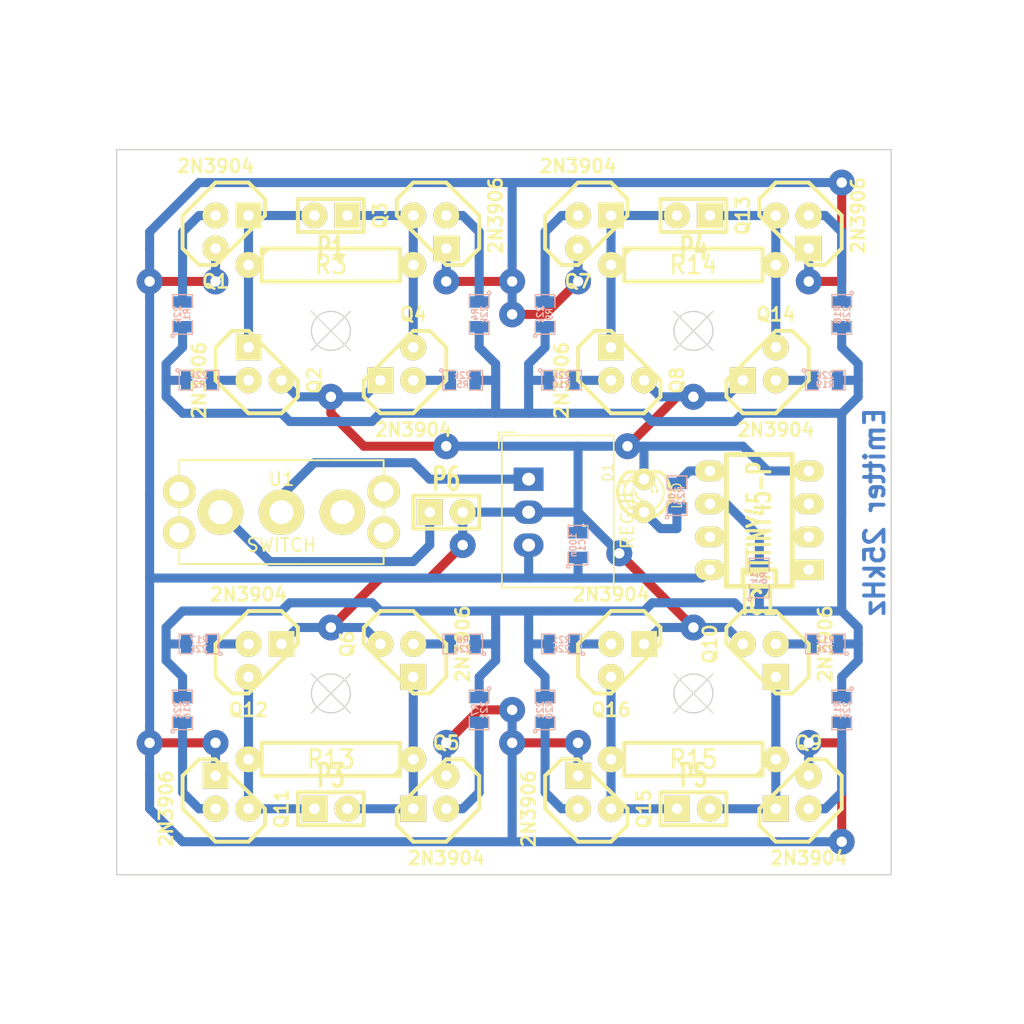
<source format=kicad_pcb>
(kicad_pcb (version 20171130) (host pcbnew 5.1.9+dfsg1-1+deb11u1)

  (general
    (thickness 1.6)
    (drawings 29)
    (tracks 283)
    (zones 0)
    (modules 48)
    (nets 38)
  )

  (page A4)
  (title_block
    (title "Balise emetteur 25kHz")
    (rev 1)
  )

  (layers
    (0 Dessus.Cu signal)
    (31 Dessous.Cu signal)
    (32 B.Adhes user)
    (33 F.Adhes user)
    (34 B.Paste user)
    (35 F.Paste user)
    (36 B.SilkS user)
    (37 F.SilkS user)
    (38 B.Mask user)
    (39 F.Mask user)
    (40 Dwgs.User user)
    (41 Cmts.User user)
    (42 Eco1.User user)
    (43 Eco2.User user)
    (44 Edge.Cuts user)
  )

  (setup
    (last_trace_width 0.7)
    (trace_clearance 0.254)
    (zone_clearance 0.508)
    (zone_45_only no)
    (trace_min 0.7)
    (via_size 2)
    (via_drill 0.8)
    (via_min_size 2)
    (via_min_drill 0.508)
    (uvia_size 0.508)
    (uvia_drill 0.127)
    (uvias_allowed no)
    (uvia_min_size 0.508)
    (uvia_min_drill 0.127)
    (edge_width 0.1)
    (segment_width 0.2)
    (pcb_text_width 0.3)
    (pcb_text_size 1.5 1.5)
    (mod_edge_width 0.15)
    (mod_text_size 1 1)
    (mod_text_width 0.15)
    (pad_size 1.8 2.3)
    (pad_drill 1)
    (pad_to_mask_clearance 0)
    (aux_axis_origin 46.99 31.75)
    (visible_elements 7FFFFFFF)
    (pcbplotparams
      (layerselection 0x00030_ffffffff)
      (usegerberextensions true)
      (usegerberattributes true)
      (usegerberadvancedattributes true)
      (creategerberjobfile true)
      (excludeedgelayer true)
      (linewidth 0.150000)
      (plotframeref false)
      (viasonmask false)
      (mode 1)
      (useauxorigin false)
      (hpglpennumber 1)
      (hpglpenspeed 20)
      (hpglpendiameter 15.000000)
      (psnegative false)
      (psa4output false)
      (plotreference true)
      (plotvalue true)
      (plotinvisibletext false)
      (padsonsilk false)
      (subtractmaskfromsilk false)
      (outputformat 1)
      (mirror false)
      (drillshape 0)
      (scaleselection 1)
      (outputdirectory "../print/"))
  )

  (net 0 "")
  (net 1 +9V)
  (net 2 GND)
  (net 3 VCC)
  (net 4 "Net-(D1-Pad1)")
  (net 5 "Net-(IC1-Pad1)")
  (net 6 "Net-(IC1-Pad2)")
  (net 7 "Net-(IC1-Pad3)")
  (net 8 "Net-(IC1-Pad5)")
  (net 9 "Net-(IC1-Pad6)")
  (net 10 "Net-(IC1-Pad7)")
  (net 11 "Net-(P1-Pad1)")
  (net 12 "Net-(P1-Pad2)")
  (net 13 "Net-(P3-Pad1)")
  (net 14 "Net-(P3-Pad2)")
  (net 15 "Net-(P4-Pad1)")
  (net 16 "Net-(P4-Pad2)")
  (net 17 "Net-(P5-Pad1)")
  (net 18 "Net-(P5-Pad2)")
  (net 19 "Net-(Q1-Pad2)")
  (net 20 "Net-(Q2-Pad2)")
  (net 21 "Net-(Q3-Pad2)")
  (net 22 "Net-(Q4-Pad2)")
  (net 23 "Net-(Q5-Pad2)")
  (net 24 "Net-(Q6-Pad2)")
  (net 25 "Net-(Q7-Pad2)")
  (net 26 "Net-(Q8-Pad2)")
  (net 27 "Net-(Q9-Pad2)")
  (net 28 "Net-(Q10-Pad2)")
  (net 29 "Net-(Q11-Pad2)")
  (net 30 "Net-(Q12-Pad2)")
  (net 31 "Net-(Q13-Pad2)")
  (net 32 "Net-(Q14-Pad2)")
  (net 33 "Net-(Q15-Pad2)")
  (net 34 "Net-(Q16-Pad2)")
  (net 35 "Net-(R1-Pad1)")
  (net 36 "Net-(REGUL1-Pad1)")
  (net 37 "Net-(U1-Pad3)")

  (net_class Default "Ceci est la Netclass par défaut"
    (clearance 0.254)
    (trace_width 0.7)
    (via_dia 2)
    (via_drill 0.8)
    (uvia_dia 0.508)
    (uvia_drill 0.127)
    (add_net +9V)
    (add_net GND)
    (add_net "Net-(D1-Pad1)")
    (add_net "Net-(IC1-Pad1)")
    (add_net "Net-(IC1-Pad2)")
    (add_net "Net-(IC1-Pad3)")
    (add_net "Net-(IC1-Pad5)")
    (add_net "Net-(IC1-Pad6)")
    (add_net "Net-(IC1-Pad7)")
    (add_net "Net-(P1-Pad1)")
    (add_net "Net-(P1-Pad2)")
    (add_net "Net-(P3-Pad1)")
    (add_net "Net-(P3-Pad2)")
    (add_net "Net-(P4-Pad1)")
    (add_net "Net-(P4-Pad2)")
    (add_net "Net-(P5-Pad1)")
    (add_net "Net-(P5-Pad2)")
    (add_net "Net-(Q1-Pad2)")
    (add_net "Net-(Q10-Pad2)")
    (add_net "Net-(Q11-Pad2)")
    (add_net "Net-(Q12-Pad2)")
    (add_net "Net-(Q13-Pad2)")
    (add_net "Net-(Q14-Pad2)")
    (add_net "Net-(Q15-Pad2)")
    (add_net "Net-(Q16-Pad2)")
    (add_net "Net-(Q2-Pad2)")
    (add_net "Net-(Q3-Pad2)")
    (add_net "Net-(Q4-Pad2)")
    (add_net "Net-(Q5-Pad2)")
    (add_net "Net-(Q6-Pad2)")
    (add_net "Net-(Q7-Pad2)")
    (add_net "Net-(Q8-Pad2)")
    (add_net "Net-(Q9-Pad2)")
    (add_net "Net-(R1-Pad1)")
    (add_net "Net-(REGUL1-Pad1)")
    (add_net "Net-(U1-Pad3)")
    (add_net VCC)
  )

  (module Converter_DCDC:Converter_DCDC_RECOM_R-78E-0.5_THT (layer Dessus.Cu) (tedit 6479F763) (tstamp 647A0414)
    (at 87.63 68.58 270)
    (descr "DCDC-Converter, RECOM, RECOM_R-78E-0.5, SIP-3, pitch 2.54mm, package size 11.6x8.5x10.4mm^3, https://www.recom-power.com/pdf/Innoline/R-78Exx-0.5.pdf")
    (tags "dc-dc recom buck sip-3 pitch 2.54mm")
    (path /647E332F)
    (fp_text reference REGUL1 (at 2.54 -7.62 90) (layer F.SilkS)
      (effects (font (size 1 1) (thickness 0.15)))
    )
    (fp_text value R-78E5.0-0.5 (at 2.54 3 90) (layer F.Fab)
      (effects (font (size 1 1) (thickness 0.15)))
    )
    (fp_text user %R (at 2.54 -2.25 90) (layer F.Fab)
      (effects (font (size 1 1) (thickness 0.15)))
    )
    (fp_line (start -3.31 -6.5) (end 8.29 -6.5) (layer F.Fab) (width 0.1))
    (fp_line (start 8.29 -6.5) (end 8.29 2) (layer F.Fab) (width 0.1))
    (fp_line (start 8.29 2) (end -2.31 2) (layer F.Fab) (width 0.1))
    (fp_line (start -2.31 2) (end -3.31 1) (layer F.Fab) (width 0.1))
    (fp_line (start -3.31 1) (end -3.31 -6.5) (layer F.Fab) (width 0.1))
    (fp_line (start -3.371 -6.56) (end 8.35 -6.56) (layer F.SilkS) (width 0.12))
    (fp_line (start -3.371 2.06) (end 8.35 2.06) (layer F.SilkS) (width 0.12))
    (fp_line (start -3.371 -6.56) (end -3.371 2.06) (layer F.SilkS) (width 0.12))
    (fp_line (start 8.35 -6.56) (end 8.35 2.06) (layer F.SilkS) (width 0.12))
    (fp_line (start -3.611 1.06) (end -3.611 2.3) (layer F.SilkS) (width 0.12))
    (fp_line (start -3.611 2.3) (end -2.371 2.3) (layer F.SilkS) (width 0.12))
    (fp_line (start -3.57 -6.75) (end -3.57 2.25) (layer F.CrtYd) (width 0.05))
    (fp_line (start -3.57 2.25) (end 8.54 2.25) (layer F.CrtYd) (width 0.05))
    (fp_line (start 8.54 2.25) (end 8.54 -6.75) (layer F.CrtYd) (width 0.05))
    (fp_line (start 8.54 -6.75) (end -3.57 -6.75) (layer F.CrtYd) (width 0.05))
    (pad 3 thru_hole oval (at 5.08 0 270) (size 1.8 2.3) (drill 1) (layers *.Cu *.Mask)
      (net 3 VCC))
    (pad 2 thru_hole oval (at 2.54 0 270) (size 1.8 2.3) (drill 1) (layers *.Cu *.Mask)
      (net 2 GND))
    (pad 1 thru_hole rect (at 0 0 270) (size 1.8 2.3) (drill 1) (layers *.Cu *.Mask)
      (net 36 "Net-(REGUL1-Pad1)"))
    (model ${KISYS3DMOD}/Converter_DCDC.3dshapes/Converter_DCDC_RECOM_R-78E-0.5_THT.wrl
      (at (xyz 0 0 0))
      (scale (xyz 1 1 1))
      (rotate (xyz 0 0 0))
    )
  )

  (module SM0805 (layer Dessous.Cu) (tedit 5091495C) (tstamp 5508A89F)
    (at 60.96 55.88 90)
    (path /55089EEE)
    (attr smd)
    (fp_text reference R1 (at 0 0.3175 90) (layer B.SilkS)
      (effects (font (size 0.50038 0.50038) (thickness 0.10922)) (justify mirror))
    )
    (fp_text value 22k (at 0 -0.381 90) (layer B.SilkS)
      (effects (font (size 0.50038 0.50038) (thickness 0.10922)) (justify mirror))
    )
    (fp_line (start 1.524 -0.762) (end 0.508 -0.762) (layer B.SilkS) (width 0.09906))
    (fp_line (start 1.524 0.762) (end 1.524 -0.762) (layer B.SilkS) (width 0.09906))
    (fp_line (start 0.508 0.762) (end 1.524 0.762) (layer B.SilkS) (width 0.09906))
    (fp_line (start -1.524 0.762) (end -0.508 0.762) (layer B.SilkS) (width 0.09906))
    (fp_line (start -1.524 -0.762) (end -1.524 0.762) (layer B.SilkS) (width 0.09906))
    (fp_line (start -0.508 -0.762) (end -1.524 -0.762) (layer B.SilkS) (width 0.09906))
    (fp_circle (center -1.651 -0.762) (end -1.651 -0.635) (layer B.SilkS) (width 0.09906))
    (pad 1 smd rect (at -0.9525 0 90) (size 0.889 1.397) (layers Dessous.Cu B.Paste B.Mask)
      (net 35 "Net-(R1-Pad1)"))
    (pad 2 smd rect (at 0.9525 0 90) (size 0.889 1.397) (layers Dessous.Cu B.Paste B.Mask)
      (net 19 "Net-(Q1-Pad2)"))
    (model smd/chip_cms.wrl
      (at (xyz 0 0 0))
      (scale (xyz 0.1 0.1 0.1))
      (rotate (xyz 0 0 0))
    )
  )

  (module SM0805 (layer Dessous.Cu) (tedit 5508AE62) (tstamp 5508A8AC)
    (at 62.23 60.96)
    (path /55089F98)
    (attr smd)
    (fp_text reference R2 (at 0 0.3175) (layer B.SilkS)
      (effects (font (size 0.50038 0.50038) (thickness 0.10922)) (justify mirror))
    )
    (fp_text value 22k (at 0 -0.381) (layer B.SilkS)
      (effects (font (size 0.50038 0.50038) (thickness 0.10922)) (justify mirror))
    )
    (fp_line (start 1.524 -0.762) (end 0.508 -0.762) (layer B.SilkS) (width 0.09906))
    (fp_line (start 1.524 0.762) (end 1.524 -0.762) (layer B.SilkS) (width 0.09906))
    (fp_line (start 0.508 0.762) (end 1.524 0.762) (layer B.SilkS) (width 0.09906))
    (fp_line (start -1.524 0.762) (end -0.508 0.762) (layer B.SilkS) (width 0.09906))
    (fp_line (start -1.524 -0.762) (end -1.524 0.762) (layer B.SilkS) (width 0.09906))
    (fp_line (start -0.508 -0.762) (end -1.524 -0.762) (layer B.SilkS) (width 0.09906))
    (fp_circle (center -1.651 -0.762) (end -1.651 -0.635) (layer B.SilkS) (width 0.09906))
    (pad 1 smd rect (at -0.9525 0) (size 0.889 1.397) (layers Dessous.Cu B.Paste B.Mask)
      (net 35 "Net-(R1-Pad1)"))
    (pad 2 smd rect (at 0.9525 0) (size 0.889 1.397) (layers Dessous.Cu B.Paste B.Mask)
      (net 20 "Net-(Q2-Pad2)"))
    (model smd/chip_cms.wrl
      (at (xyz 0 0 0))
      (scale (xyz 0.1 0.1 0.1))
      (rotate (xyz 0 0 0))
    )
  )

  (module SM0805 (layer Dessous.Cu) (tedit 55241650) (tstamp 5508A8B9)
    (at 82.55 60.96)
    (path /55089F9E)
    (attr smd)
    (fp_text reference R5 (at 0 0.3175) (layer B.SilkS)
      (effects (font (size 0.50038 0.50038) (thickness 0.10922)) (justify mirror))
    )
    (fp_text value 22k (at 0 -0.381) (layer B.SilkS)
      (effects (font (size 0.50038 0.50038) (thickness 0.10922)) (justify mirror))
    )
    (fp_line (start 1.524 -0.762) (end 0.508 -0.762) (layer B.SilkS) (width 0.09906))
    (fp_line (start 1.524 0.762) (end 1.524 -0.762) (layer B.SilkS) (width 0.09906))
    (fp_line (start 0.508 0.762) (end 1.524 0.762) (layer B.SilkS) (width 0.09906))
    (fp_line (start -1.524 0.762) (end -0.508 0.762) (layer B.SilkS) (width 0.09906))
    (fp_line (start -1.524 -0.762) (end -1.524 0.762) (layer B.SilkS) (width 0.09906))
    (fp_line (start -0.508 -0.762) (end -1.524 -0.762) (layer B.SilkS) (width 0.09906))
    (fp_circle (center -1.651 -0.762) (end -1.651 -0.635) (layer B.SilkS) (width 0.09906))
    (pad 1 smd rect (at -0.9525 0) (size 0.889 1.397) (layers Dessous.Cu B.Paste B.Mask)
      (net 22 "Net-(Q4-Pad2)"))
    (pad 2 smd rect (at 0.9525 0) (size 0.889 1.397) (layers Dessous.Cu B.Paste B.Mask)
      (net 35 "Net-(R1-Pad1)"))
    (model smd/chip_cms.wrl
      (at (xyz 0 0 0))
      (scale (xyz 0.1 0.1 0.1))
      (rotate (xyz 0 0 0))
    )
  )

  (module SM0805 (layer Dessous.Cu) (tedit 5091495C) (tstamp 5508A8C6)
    (at 83.82 55.88 270)
    (path /55089FA4)
    (attr smd)
    (fp_text reference R4 (at 0 0.3175 270) (layer B.SilkS)
      (effects (font (size 0.50038 0.50038) (thickness 0.10922)) (justify mirror))
    )
    (fp_text value 22k (at 0 -0.381 270) (layer B.SilkS)
      (effects (font (size 0.50038 0.50038) (thickness 0.10922)) (justify mirror))
    )
    (fp_line (start 1.524 -0.762) (end 0.508 -0.762) (layer B.SilkS) (width 0.09906))
    (fp_line (start 1.524 0.762) (end 1.524 -0.762) (layer B.SilkS) (width 0.09906))
    (fp_line (start 0.508 0.762) (end 1.524 0.762) (layer B.SilkS) (width 0.09906))
    (fp_line (start -1.524 0.762) (end -0.508 0.762) (layer B.SilkS) (width 0.09906))
    (fp_line (start -1.524 -0.762) (end -1.524 0.762) (layer B.SilkS) (width 0.09906))
    (fp_line (start -0.508 -0.762) (end -1.524 -0.762) (layer B.SilkS) (width 0.09906))
    (fp_circle (center -1.651 -0.762) (end -1.651 -0.635) (layer B.SilkS) (width 0.09906))
    (pad 1 smd rect (at -0.9525 0 270) (size 0.889 1.397) (layers Dessous.Cu B.Paste B.Mask)
      (net 21 "Net-(Q3-Pad2)"))
    (pad 2 smd rect (at 0.9525 0 270) (size 0.889 1.397) (layers Dessous.Cu B.Paste B.Mask)
      (net 35 "Net-(R1-Pad1)"))
    (model smd/chip_cms.wrl
      (at (xyz 0 0 0))
      (scale (xyz 0.1 0.1 0.1))
      (rotate (xyz 0 0 0))
    )
  )

  (module SIL-2 (layer Dessus.Cu) (tedit 55241305) (tstamp 5508A8D0)
    (at 72.39 48.26 180)
    (descr "Connecteurs 2 pins")
    (tags "CONN DEV")
    (path /5508A45B)
    (fp_text reference P1 (at 0 -2.54 180) (layer F.SilkS)
      (effects (font (size 1.72974 1.08712) (thickness 0.3048)))
    )
    (fp_text value CONN_2 (at 0 -2.54 180) (layer F.SilkS) hide
      (effects (font (size 1.524 1.016) (thickness 0.3048)))
    )
    (fp_line (start 2.54 1.27) (end -2.54 1.27) (layer F.SilkS) (width 0.3048))
    (fp_line (start 2.54 -1.27) (end 2.54 1.27) (layer F.SilkS) (width 0.3048))
    (fp_line (start -2.54 -1.27) (end 2.54 -1.27) (layer F.SilkS) (width 0.3048))
    (fp_line (start -2.54 1.27) (end -2.54 -1.27) (layer F.SilkS) (width 0.3048))
    (pad 1 thru_hole rect (at -1.27 0 180) (size 2 2) (drill 0.8) (layers *.Cu *.Mask F.SilkS)
      (net 11 "Net-(P1-Pad1)"))
    (pad 2 thru_hole circle (at 1.27 0 180) (size 2 2) (drill 0.8) (layers *.Cu *.Mask F.SilkS)
      (net 12 "Net-(P1-Pad2)"))
  )

  (module R5 (layer Dessus.Cu) (tedit 552412D8) (tstamp 5508A922)
    (at 72.39 52.07)
    (descr "Resistance 5 pas")
    (tags R)
    (path /5508A05B)
    (autoplace_cost180 10)
    (fp_text reference R3 (at 0 0) (layer F.SilkS)
      (effects (font (size 1.397 1.27) (thickness 0.2032)))
    )
    (fp_text value 1k (at 0 0) (layer F.SilkS) hide
      (effects (font (size 1.397 1.27) (thickness 0.2032)))
    )
    (fp_line (start -5.334 -0.762) (end -4.826 -1.27) (layer F.SilkS) (width 0.3048))
    (fp_line (start -5.334 -1.27) (end 5.334 -1.27) (layer F.SilkS) (width 0.3048))
    (fp_line (start -5.334 1.27) (end -5.334 -1.27) (layer F.SilkS) (width 0.3048))
    (fp_line (start 5.334 1.27) (end -5.334 1.27) (layer F.SilkS) (width 0.3048))
    (fp_line (start 5.334 -1.27) (end 5.334 1.27) (layer F.SilkS) (width 0.3048))
    (fp_line (start 6.35 0) (end 5.334 0) (layer F.SilkS) (width 0.3048))
    (fp_line (start -6.35 0) (end -5.334 0) (layer F.SilkS) (width 0.3048))
    (pad 1 thru_hole circle (at -6.35 0) (size 2 2) (drill 0.8) (layers *.Cu *.Mask F.SilkS)
      (net 12 "Net-(P1-Pad2)"))
    (pad 2 thru_hole circle (at 6.35 0) (size 2 2) (drill 0.8) (layers *.Cu *.Mask F.SilkS)
      (net 11 "Net-(P1-Pad1)"))
    (model discret/resistor.wrl
      (at (xyz 0 0 0))
      (scale (xyz 0.5 0.5 0.5))
      (rotate (xyz 0 0 0))
    )
  )

  (module DIP-8__300_ELL (layer Dessus.Cu) (tedit 55258DC2) (tstamp 550C6799)
    (at 105.41 71.755 90)
    (descr "8 pins DIL package, elliptical pads")
    (tags DIL)
    (path /550899B8)
    (fp_text reference IC1 (at -6.35 0 180) (layer F.SilkS)
      (effects (font (size 1.778 1.143) (thickness 0.3048)))
    )
    (fp_text value ATTINY45-P (at 0 0 90) (layer F.SilkS)
      (effects (font (size 1.778 1.016) (thickness 0.3048)))
    )
    (fp_line (start -5.08 2.54) (end -5.08 -2.54) (layer F.SilkS) (width 0.381))
    (fp_line (start 5.08 2.54) (end -5.08 2.54) (layer F.SilkS) (width 0.381))
    (fp_line (start 5.08 -2.54) (end 5.08 2.54) (layer F.SilkS) (width 0.381))
    (fp_line (start -5.08 -2.54) (end 5.08 -2.54) (layer F.SilkS) (width 0.381))
    (fp_line (start -3.81 1.27) (end -5.08 1.27) (layer F.SilkS) (width 0.381))
    (fp_line (start -3.81 -1.27) (end -3.81 1.27) (layer F.SilkS) (width 0.381))
    (fp_line (start -5.08 -1.27) (end -3.81 -1.27) (layer F.SilkS) (width 0.381))
    (pad 1 thru_hole rect (at -3.81 3.81 90) (size 1.5748 2.286) (drill 0.8) (layers *.Cu *.Mask F.SilkS)
      (net 5 "Net-(IC1-Pad1)"))
    (pad 2 thru_hole oval (at -1.27 3.81 90) (size 1.5748 2.286) (drill 0.8) (layers *.Cu *.Mask F.SilkS)
      (net 6 "Net-(IC1-Pad2)"))
    (pad 3 thru_hole oval (at 1.27 3.81 90) (size 1.5748 2.286) (drill 0.8) (layers *.Cu *.Mask F.SilkS)
      (net 7 "Net-(IC1-Pad3)"))
    (pad 4 thru_hole oval (at 3.81 3.81 90) (size 1.5748 2.286) (drill 0.8) (layers *.Cu *.Mask F.SilkS)
      (net 2 GND))
    (pad 5 thru_hole oval (at 3.81 -3.81 90) (size 1.5748 2.286) (drill 0.8) (layers *.Cu *.Mask F.SilkS)
      (net 8 "Net-(IC1-Pad5)"))
    (pad 6 thru_hole oval (at 1.27 -3.81 90) (size 1.5748 2.286) (drill 0.8) (layers *.Cu *.Mask F.SilkS)
      (net 9 "Net-(IC1-Pad6)"))
    (pad 7 thru_hole oval (at -1.27 -3.81 90) (size 1.5748 2.286) (drill 0.8) (layers *.Cu *.Mask F.SilkS)
      (net 10 "Net-(IC1-Pad7)"))
    (pad 8 thru_hole oval (at -3.81 -3.81 90) (size 1.5748 2.286) (drill 0.8) (layers *.Cu *.Mask F.SilkS)
      (net 3 VCC))
    (model dil/dil_8.wrl
      (at (xyz 0 0 0))
      (scale (xyz 1 1 1))
      (rotate (xyz 0 0 0))
    )
  )

  (module TO92 (layer Dessus.Cu) (tedit 443CFFD1) (tstamp 5508AAD5)
    (at 64.77 49.53)
    (descr "Transistor TO92 brochage type BC237")
    (tags "TR TO92")
    (path /55089D2D)
    (fp_text reference Q1 (at -1.27 3.81) (layer F.SilkS)
      (effects (font (size 1.016 1.016) (thickness 0.2032)))
    )
    (fp_text value 2N3904 (at -1.27 -5.08) (layer F.SilkS)
      (effects (font (size 1.016 1.016) (thickness 0.2032)))
    )
    (fp_line (start -2.54 2.54) (end -1.27 2.54) (layer F.SilkS) (width 0.3048))
    (fp_line (start -3.81 1.27) (end -2.54 2.54) (layer F.SilkS) (width 0.3048))
    (fp_line (start -3.81 -1.27) (end -3.81 1.27) (layer F.SilkS) (width 0.3048))
    (fp_line (start -1.27 -3.81) (end -3.81 -1.27) (layer F.SilkS) (width 0.3048))
    (fp_line (start 1.27 -3.81) (end -1.27 -3.81) (layer F.SilkS) (width 0.3048))
    (fp_line (start 2.54 -2.54) (end 1.27 -3.81) (layer F.SilkS) (width 0.3048))
    (fp_line (start 2.54 -1.27) (end 2.54 -2.54) (layer F.SilkS) (width 0.3048))
    (fp_line (start -1.27 2.54) (end 2.54 -1.27) (layer F.SilkS) (width 0.3048))
    (pad 1 thru_hole rect (at 1.27 -1.27) (size 2 2) (drill 0.8) (layers *.Cu *.Mask F.SilkS)
      (net 12 "Net-(P1-Pad2)"))
    (pad 2 thru_hole circle (at -1.27 -1.27) (size 2 2) (drill 0.8) (layers *.Cu *.Mask F.SilkS)
      (net 19 "Net-(Q1-Pad2)"))
    (pad 3 thru_hole circle (at -1.27 1.27) (size 2 2) (drill 0.8) (layers *.Cu *.Mask F.SilkS)
      (net 3 VCC))
    (model discret/to98.wrl
      (at (xyz 0 0 0))
      (scale (xyz 1 1 1))
      (rotate (xyz 0 0 0))
    )
  )

  (module TO92 (layer Dessus.Cu) (tedit 550C67F8) (tstamp 5508AAE4)
    (at 77.47 59.69 180)
    (descr "Transistor TO92 brochage type BC237")
    (tags "TR TO92")
    (path /55089D3C)
    (fp_text reference Q4 (at -1.27 3.81 180) (layer F.SilkS)
      (effects (font (size 1.016 1.016) (thickness 0.2032)))
    )
    (fp_text value 2N3904 (at -1.27 -5.08 180) (layer F.SilkS)
      (effects (font (size 1.016 1.016) (thickness 0.2032)))
    )
    (fp_line (start -2.54 2.54) (end -1.27 2.54) (layer F.SilkS) (width 0.3048))
    (fp_line (start -3.81 1.27) (end -2.54 2.54) (layer F.SilkS) (width 0.3048))
    (fp_line (start -3.81 -1.27) (end -3.81 1.27) (layer F.SilkS) (width 0.3048))
    (fp_line (start -1.27 -3.81) (end -3.81 -1.27) (layer F.SilkS) (width 0.3048))
    (fp_line (start 1.27 -3.81) (end -1.27 -3.81) (layer F.SilkS) (width 0.3048))
    (fp_line (start 2.54 -2.54) (end 1.27 -3.81) (layer F.SilkS) (width 0.3048))
    (fp_line (start 2.54 -1.27) (end 2.54 -2.54) (layer F.SilkS) (width 0.3048))
    (fp_line (start -1.27 2.54) (end 2.54 -1.27) (layer F.SilkS) (width 0.3048))
    (pad 1 thru_hole rect (at 1.27 -1.27 180) (size 2 2) (drill 0.8) (layers *.Cu *.Mask F.SilkS)
      (net 2 GND))
    (pad 2 thru_hole circle (at -1.27 -1.27 180) (size 2 2) (drill 0.8) (layers *.Cu *.Mask F.SilkS)
      (net 22 "Net-(Q4-Pad2)"))
    (pad 3 thru_hole circle (at -1.27 1.27 180) (size 2 2) (drill 0.8) (layers *.Cu *.Mask F.SilkS)
      (net 11 "Net-(P1-Pad1)"))
    (model discret/to98.wrl
      (at (xyz 0 0 0))
      (scale (xyz 1 1 1))
      (rotate (xyz 0 0 0))
    )
  )

  (module TO92 (layer Dessus.Cu) (tedit 443CFFD1) (tstamp 5508AAF3)
    (at 80.01 49.53 270)
    (descr "Transistor TO92 brochage type BC237")
    (tags "TR TO92")
    (path /55089D4B)
    (fp_text reference Q3 (at -1.27 3.81 270) (layer F.SilkS)
      (effects (font (size 1.016 1.016) (thickness 0.2032)))
    )
    (fp_text value 2N3906 (at -1.27 -5.08 270) (layer F.SilkS)
      (effects (font (size 1.016 1.016) (thickness 0.2032)))
    )
    (fp_line (start -2.54 2.54) (end -1.27 2.54) (layer F.SilkS) (width 0.3048))
    (fp_line (start -3.81 1.27) (end -2.54 2.54) (layer F.SilkS) (width 0.3048))
    (fp_line (start -3.81 -1.27) (end -3.81 1.27) (layer F.SilkS) (width 0.3048))
    (fp_line (start -1.27 -3.81) (end -3.81 -1.27) (layer F.SilkS) (width 0.3048))
    (fp_line (start 1.27 -3.81) (end -1.27 -3.81) (layer F.SilkS) (width 0.3048))
    (fp_line (start 2.54 -2.54) (end 1.27 -3.81) (layer F.SilkS) (width 0.3048))
    (fp_line (start 2.54 -1.27) (end 2.54 -2.54) (layer F.SilkS) (width 0.3048))
    (fp_line (start -1.27 2.54) (end 2.54 -1.27) (layer F.SilkS) (width 0.3048))
    (pad 1 thru_hole rect (at 1.27 -1.27 270) (size 2 2) (drill 0.8) (layers *.Cu *.Mask F.SilkS)
      (net 3 VCC))
    (pad 2 thru_hole circle (at -1.27 -1.27 270) (size 2 2) (drill 0.8) (layers *.Cu *.Mask F.SilkS)
      (net 21 "Net-(Q3-Pad2)"))
    (pad 3 thru_hole circle (at -1.27 1.27 270) (size 2 2) (drill 0.8) (layers *.Cu *.Mask F.SilkS)
      (net 11 "Net-(P1-Pad1)"))
    (model discret/to98.wrl
      (at (xyz 0 0 0))
      (scale (xyz 1 1 1))
      (rotate (xyz 0 0 0))
    )
  )

  (module TO92 (layer Dessus.Cu) (tedit 552412BD) (tstamp 5508AB02)
    (at 67.31 59.69 90)
    (descr "Transistor TO92 brochage type BC237")
    (tags "TR TO92")
    (path /55089D5A)
    (fp_text reference Q2 (at -1.27 3.81 90) (layer F.SilkS)
      (effects (font (size 1.016 1.016) (thickness 0.2032)))
    )
    (fp_text value 2N3906 (at -1.27 -5.08 90) (layer F.SilkS)
      (effects (font (size 1.016 1.016) (thickness 0.2032)))
    )
    (fp_line (start -2.54 2.54) (end -1.27 2.54) (layer F.SilkS) (width 0.3048))
    (fp_line (start -3.81 1.27) (end -2.54 2.54) (layer F.SilkS) (width 0.3048))
    (fp_line (start -3.81 -1.27) (end -3.81 1.27) (layer F.SilkS) (width 0.3048))
    (fp_line (start -1.27 -3.81) (end -3.81 -1.27) (layer F.SilkS) (width 0.3048))
    (fp_line (start 1.27 -3.81) (end -1.27 -3.81) (layer F.SilkS) (width 0.3048))
    (fp_line (start 2.54 -2.54) (end 1.27 -3.81) (layer F.SilkS) (width 0.3048))
    (fp_line (start 2.54 -1.27) (end 2.54 -2.54) (layer F.SilkS) (width 0.3048))
    (fp_line (start -1.27 2.54) (end 2.54 -1.27) (layer F.SilkS) (width 0.3048))
    (pad 1 thru_hole rect (at 1.27 -1.27 90) (size 2 2) (drill 0.8) (layers *.Cu *.Mask F.SilkS)
      (net 12 "Net-(P1-Pad2)"))
    (pad 2 thru_hole circle (at -1.27 -1.27 90) (size 2 2) (drill 0.8) (layers *.Cu *.Mask F.SilkS)
      (net 20 "Net-(Q2-Pad2)"))
    (pad 3 thru_hole circle (at -1.27 1.27 90) (size 2 2) (drill 0.8) (layers *.Cu *.Mask F.SilkS)
      (net 2 GND))
    (model discret/to98.wrl
      (at (xyz 0 0 0))
      (scale (xyz 1 1 1))
      (rotate (xyz 0 0 0))
    )
  )

  (module TO92 (layer Dessus.Cu) (tedit 443CFFD1) (tstamp 550AC531)
    (at 105.41 82.55 270)
    (descr "Transistor TO92 brochage type BC237")
    (tags "TR TO92")
    (path /550AC45F)
    (fp_text reference Q10 (at -1.27 3.81 270) (layer F.SilkS)
      (effects (font (size 1.016 1.016) (thickness 0.2032)))
    )
    (fp_text value 2N3906 (at -1.27 -5.08 270) (layer F.SilkS)
      (effects (font (size 1.016 1.016) (thickness 0.2032)))
    )
    (fp_line (start -2.54 2.54) (end -1.27 2.54) (layer F.SilkS) (width 0.3048))
    (fp_line (start -3.81 1.27) (end -2.54 2.54) (layer F.SilkS) (width 0.3048))
    (fp_line (start -3.81 -1.27) (end -3.81 1.27) (layer F.SilkS) (width 0.3048))
    (fp_line (start -1.27 -3.81) (end -3.81 -1.27) (layer F.SilkS) (width 0.3048))
    (fp_line (start 1.27 -3.81) (end -1.27 -3.81) (layer F.SilkS) (width 0.3048))
    (fp_line (start 2.54 -2.54) (end 1.27 -3.81) (layer F.SilkS) (width 0.3048))
    (fp_line (start 2.54 -1.27) (end 2.54 -2.54) (layer F.SilkS) (width 0.3048))
    (fp_line (start -1.27 2.54) (end 2.54 -1.27) (layer F.SilkS) (width 0.3048))
    (pad 1 thru_hole rect (at 1.27 -1.27 270) (size 2 2) (drill 0.8) (layers *.Cu *.Mask F.SilkS)
      (net 18 "Net-(P5-Pad2)"))
    (pad 2 thru_hole circle (at -1.27 -1.27 270) (size 2 2) (drill 0.8) (layers *.Cu *.Mask F.SilkS)
      (net 28 "Net-(Q10-Pad2)"))
    (pad 3 thru_hole circle (at -1.27 1.27 270) (size 2 2) (drill 0.8) (layers *.Cu *.Mask F.SilkS)
      (net 2 GND))
    (model discret/to98.wrl
      (at (xyz 0 0 0))
      (scale (xyz 1 1 1))
      (rotate (xyz 0 0 0))
    )
  )

  (module TO92 (layer Dessus.Cu) (tedit 443CFFD1) (tstamp 550AC540)
    (at 107.95 92.71 180)
    (descr "Transistor TO92 brochage type BC237")
    (tags "TR TO92")
    (path /550AC44D)
    (fp_text reference Q9 (at -1.27 3.81 180) (layer F.SilkS)
      (effects (font (size 1.016 1.016) (thickness 0.2032)))
    )
    (fp_text value 2N3904 (at -1.27 -5.08 180) (layer F.SilkS)
      (effects (font (size 1.016 1.016) (thickness 0.2032)))
    )
    (fp_line (start -2.54 2.54) (end -1.27 2.54) (layer F.SilkS) (width 0.3048))
    (fp_line (start -3.81 1.27) (end -2.54 2.54) (layer F.SilkS) (width 0.3048))
    (fp_line (start -3.81 -1.27) (end -3.81 1.27) (layer F.SilkS) (width 0.3048))
    (fp_line (start -1.27 -3.81) (end -3.81 -1.27) (layer F.SilkS) (width 0.3048))
    (fp_line (start 1.27 -3.81) (end -1.27 -3.81) (layer F.SilkS) (width 0.3048))
    (fp_line (start 2.54 -2.54) (end 1.27 -3.81) (layer F.SilkS) (width 0.3048))
    (fp_line (start 2.54 -1.27) (end 2.54 -2.54) (layer F.SilkS) (width 0.3048))
    (fp_line (start -1.27 2.54) (end 2.54 -1.27) (layer F.SilkS) (width 0.3048))
    (pad 1 thru_hole rect (at 1.27 -1.27 180) (size 2 2) (drill 0.8) (layers *.Cu *.Mask F.SilkS)
      (net 18 "Net-(P5-Pad2)"))
    (pad 2 thru_hole circle (at -1.27 -1.27 180) (size 2 2) (drill 0.8) (layers *.Cu *.Mask F.SilkS)
      (net 27 "Net-(Q9-Pad2)"))
    (pad 3 thru_hole circle (at -1.27 1.27 180) (size 2 2) (drill 0.8) (layers *.Cu *.Mask F.SilkS)
      (net 3 VCC))
    (model discret/to98.wrl
      (at (xyz 0 0 0))
      (scale (xyz 1 1 1))
      (rotate (xyz 0 0 0))
    )
  )

  (module TO92 (layer Dessus.Cu) (tedit 443CFFD1) (tstamp 550AC54F)
    (at 80.01 92.71 180)
    (descr "Transistor TO92 brochage type BC237")
    (tags "TR TO92")
    (path /550AC2C1)
    (fp_text reference Q5 (at -1.27 3.81 180) (layer F.SilkS)
      (effects (font (size 1.016 1.016) (thickness 0.2032)))
    )
    (fp_text value 2N3904 (at -1.27 -5.08 180) (layer F.SilkS)
      (effects (font (size 1.016 1.016) (thickness 0.2032)))
    )
    (fp_line (start -2.54 2.54) (end -1.27 2.54) (layer F.SilkS) (width 0.3048))
    (fp_line (start -3.81 1.27) (end -2.54 2.54) (layer F.SilkS) (width 0.3048))
    (fp_line (start -3.81 -1.27) (end -3.81 1.27) (layer F.SilkS) (width 0.3048))
    (fp_line (start -1.27 -3.81) (end -3.81 -1.27) (layer F.SilkS) (width 0.3048))
    (fp_line (start 1.27 -3.81) (end -1.27 -3.81) (layer F.SilkS) (width 0.3048))
    (fp_line (start 2.54 -2.54) (end 1.27 -3.81) (layer F.SilkS) (width 0.3048))
    (fp_line (start 2.54 -1.27) (end 2.54 -2.54) (layer F.SilkS) (width 0.3048))
    (fp_line (start -1.27 2.54) (end 2.54 -1.27) (layer F.SilkS) (width 0.3048))
    (pad 1 thru_hole rect (at 1.27 -1.27 180) (size 2 2) (drill 0.8) (layers *.Cu *.Mask F.SilkS)
      (net 14 "Net-(P3-Pad2)"))
    (pad 2 thru_hole circle (at -1.27 -1.27 180) (size 2 2) (drill 0.8) (layers *.Cu *.Mask F.SilkS)
      (net 23 "Net-(Q5-Pad2)"))
    (pad 3 thru_hole circle (at -1.27 1.27 180) (size 2 2) (drill 0.8) (layers *.Cu *.Mask F.SilkS)
      (net 3 VCC))
    (model discret/to98.wrl
      (at (xyz 0 0 0))
      (scale (xyz 1 1 1))
      (rotate (xyz 0 0 0))
    )
  )

  (module TO92 (layer Dessus.Cu) (tedit 443CFFD1) (tstamp 550AC55E)
    (at 95.25 82.55)
    (descr "Transistor TO92 brochage type BC237")
    (tags "TR TO92")
    (path /550AC453)
    (fp_text reference Q16 (at -1.27 3.81) (layer F.SilkS)
      (effects (font (size 1.016 1.016) (thickness 0.2032)))
    )
    (fp_text value 2N3904 (at -1.27 -5.08) (layer F.SilkS)
      (effects (font (size 1.016 1.016) (thickness 0.2032)))
    )
    (fp_line (start -2.54 2.54) (end -1.27 2.54) (layer F.SilkS) (width 0.3048))
    (fp_line (start -3.81 1.27) (end -2.54 2.54) (layer F.SilkS) (width 0.3048))
    (fp_line (start -3.81 -1.27) (end -3.81 1.27) (layer F.SilkS) (width 0.3048))
    (fp_line (start -1.27 -3.81) (end -3.81 -1.27) (layer F.SilkS) (width 0.3048))
    (fp_line (start 1.27 -3.81) (end -1.27 -3.81) (layer F.SilkS) (width 0.3048))
    (fp_line (start 2.54 -2.54) (end 1.27 -3.81) (layer F.SilkS) (width 0.3048))
    (fp_line (start 2.54 -1.27) (end 2.54 -2.54) (layer F.SilkS) (width 0.3048))
    (fp_line (start -1.27 2.54) (end 2.54 -1.27) (layer F.SilkS) (width 0.3048))
    (pad 1 thru_hole rect (at 1.27 -1.27) (size 2 2) (drill 0.8) (layers *.Cu *.Mask F.SilkS)
      (net 2 GND))
    (pad 2 thru_hole circle (at -1.27 -1.27) (size 2 2) (drill 0.8) (layers *.Cu *.Mask F.SilkS)
      (net 34 "Net-(Q16-Pad2)"))
    (pad 3 thru_hole circle (at -1.27 1.27) (size 2 2) (drill 0.8) (layers *.Cu *.Mask F.SilkS)
      (net 17 "Net-(P5-Pad1)"))
    (model discret/to98.wrl
      (at (xyz 0 0 0))
      (scale (xyz 1 1 1))
      (rotate (xyz 0 0 0))
    )
  )

  (module TO92 (layer Dessus.Cu) (tedit 443CFFD1) (tstamp 550AC56D)
    (at 95.25 59.69 90)
    (descr "Transistor TO92 brochage type BC237")
    (tags "TR TO92")
    (path /550AC3F9)
    (fp_text reference Q8 (at -1.27 3.81 90) (layer F.SilkS)
      (effects (font (size 1.016 1.016) (thickness 0.2032)))
    )
    (fp_text value 2N3906 (at -1.27 -5.08 90) (layer F.SilkS)
      (effects (font (size 1.016 1.016) (thickness 0.2032)))
    )
    (fp_line (start -2.54 2.54) (end -1.27 2.54) (layer F.SilkS) (width 0.3048))
    (fp_line (start -3.81 1.27) (end -2.54 2.54) (layer F.SilkS) (width 0.3048))
    (fp_line (start -3.81 -1.27) (end -3.81 1.27) (layer F.SilkS) (width 0.3048))
    (fp_line (start -1.27 -3.81) (end -3.81 -1.27) (layer F.SilkS) (width 0.3048))
    (fp_line (start 1.27 -3.81) (end -1.27 -3.81) (layer F.SilkS) (width 0.3048))
    (fp_line (start 2.54 -2.54) (end 1.27 -3.81) (layer F.SilkS) (width 0.3048))
    (fp_line (start 2.54 -1.27) (end 2.54 -2.54) (layer F.SilkS) (width 0.3048))
    (fp_line (start -1.27 2.54) (end 2.54 -1.27) (layer F.SilkS) (width 0.3048))
    (pad 1 thru_hole rect (at 1.27 -1.27 90) (size 2 2) (drill 0.8) (layers *.Cu *.Mask F.SilkS)
      (net 16 "Net-(P4-Pad2)"))
    (pad 2 thru_hole circle (at -1.27 -1.27 90) (size 2 2) (drill 0.8) (layers *.Cu *.Mask F.SilkS)
      (net 26 "Net-(Q8-Pad2)"))
    (pad 3 thru_hole circle (at -1.27 1.27 90) (size 2 2) (drill 0.8) (layers *.Cu *.Mask F.SilkS)
      (net 2 GND))
    (model discret/to98.wrl
      (at (xyz 0 0 0))
      (scale (xyz 1 1 1))
      (rotate (xyz 0 0 0))
    )
  )

  (module TO92 (layer Dessus.Cu) (tedit 443CFFD1) (tstamp 550AC57C)
    (at 107.95 49.53 270)
    (descr "Transistor TO92 brochage type BC237")
    (tags "TR TO92")
    (path /550AC3F3)
    (fp_text reference Q13 (at -1.27 3.81 270) (layer F.SilkS)
      (effects (font (size 1.016 1.016) (thickness 0.2032)))
    )
    (fp_text value 2N3906 (at -1.27 -5.08 270) (layer F.SilkS)
      (effects (font (size 1.016 1.016) (thickness 0.2032)))
    )
    (fp_line (start -2.54 2.54) (end -1.27 2.54) (layer F.SilkS) (width 0.3048))
    (fp_line (start -3.81 1.27) (end -2.54 2.54) (layer F.SilkS) (width 0.3048))
    (fp_line (start -3.81 -1.27) (end -3.81 1.27) (layer F.SilkS) (width 0.3048))
    (fp_line (start -1.27 -3.81) (end -3.81 -1.27) (layer F.SilkS) (width 0.3048))
    (fp_line (start 1.27 -3.81) (end -1.27 -3.81) (layer F.SilkS) (width 0.3048))
    (fp_line (start 2.54 -2.54) (end 1.27 -3.81) (layer F.SilkS) (width 0.3048))
    (fp_line (start 2.54 -1.27) (end 2.54 -2.54) (layer F.SilkS) (width 0.3048))
    (fp_line (start -1.27 2.54) (end 2.54 -1.27) (layer F.SilkS) (width 0.3048))
    (pad 1 thru_hole rect (at 1.27 -1.27 270) (size 2 2) (drill 0.8) (layers *.Cu *.Mask F.SilkS)
      (net 3 VCC))
    (pad 2 thru_hole circle (at -1.27 -1.27 270) (size 2 2) (drill 0.8) (layers *.Cu *.Mask F.SilkS)
      (net 31 "Net-(Q13-Pad2)"))
    (pad 3 thru_hole circle (at -1.27 1.27 270) (size 2 2) (drill 0.8) (layers *.Cu *.Mask F.SilkS)
      (net 15 "Net-(P4-Pad1)"))
    (model discret/to98.wrl
      (at (xyz 0 0 0))
      (scale (xyz 1 1 1))
      (rotate (xyz 0 0 0))
    )
  )

  (module TO92 (layer Dessus.Cu) (tedit 443CFFD1) (tstamp 550AC58B)
    (at 105.41 59.69 180)
    (descr "Transistor TO92 brochage type BC237")
    (tags "TR TO92")
    (path /550AC3ED)
    (fp_text reference Q14 (at -1.27 3.81 180) (layer F.SilkS)
      (effects (font (size 1.016 1.016) (thickness 0.2032)))
    )
    (fp_text value 2N3904 (at -1.27 -5.08 180) (layer F.SilkS)
      (effects (font (size 1.016 1.016) (thickness 0.2032)))
    )
    (fp_line (start -2.54 2.54) (end -1.27 2.54) (layer F.SilkS) (width 0.3048))
    (fp_line (start -3.81 1.27) (end -2.54 2.54) (layer F.SilkS) (width 0.3048))
    (fp_line (start -3.81 -1.27) (end -3.81 1.27) (layer F.SilkS) (width 0.3048))
    (fp_line (start -1.27 -3.81) (end -3.81 -1.27) (layer F.SilkS) (width 0.3048))
    (fp_line (start 1.27 -3.81) (end -1.27 -3.81) (layer F.SilkS) (width 0.3048))
    (fp_line (start 2.54 -2.54) (end 1.27 -3.81) (layer F.SilkS) (width 0.3048))
    (fp_line (start 2.54 -1.27) (end 2.54 -2.54) (layer F.SilkS) (width 0.3048))
    (fp_line (start -1.27 2.54) (end 2.54 -1.27) (layer F.SilkS) (width 0.3048))
    (pad 1 thru_hole rect (at 1.27 -1.27 180) (size 2 2) (drill 0.8) (layers *.Cu *.Mask F.SilkS)
      (net 2 GND))
    (pad 2 thru_hole circle (at -1.27 -1.27 180) (size 2 2) (drill 0.8) (layers *.Cu *.Mask F.SilkS)
      (net 32 "Net-(Q14-Pad2)"))
    (pad 3 thru_hole circle (at -1.27 1.27 180) (size 2 2) (drill 0.8) (layers *.Cu *.Mask F.SilkS)
      (net 15 "Net-(P4-Pad1)"))
    (model discret/to98.wrl
      (at (xyz 0 0 0))
      (scale (xyz 1 1 1))
      (rotate (xyz 0 0 0))
    )
  )

  (module TO92 (layer Dessus.Cu) (tedit 443CFFD1) (tstamp 550AC59A)
    (at 92.71 49.53)
    (descr "Transistor TO92 brochage type BC237")
    (tags "TR TO92")
    (path /550AC3E7)
    (fp_text reference Q7 (at -1.27 3.81) (layer F.SilkS)
      (effects (font (size 1.016 1.016) (thickness 0.2032)))
    )
    (fp_text value 2N3904 (at -1.27 -5.08) (layer F.SilkS)
      (effects (font (size 1.016 1.016) (thickness 0.2032)))
    )
    (fp_line (start -2.54 2.54) (end -1.27 2.54) (layer F.SilkS) (width 0.3048))
    (fp_line (start -3.81 1.27) (end -2.54 2.54) (layer F.SilkS) (width 0.3048))
    (fp_line (start -3.81 -1.27) (end -3.81 1.27) (layer F.SilkS) (width 0.3048))
    (fp_line (start -1.27 -3.81) (end -3.81 -1.27) (layer F.SilkS) (width 0.3048))
    (fp_line (start 1.27 -3.81) (end -1.27 -3.81) (layer F.SilkS) (width 0.3048))
    (fp_line (start 2.54 -2.54) (end 1.27 -3.81) (layer F.SilkS) (width 0.3048))
    (fp_line (start 2.54 -1.27) (end 2.54 -2.54) (layer F.SilkS) (width 0.3048))
    (fp_line (start -1.27 2.54) (end 2.54 -1.27) (layer F.SilkS) (width 0.3048))
    (pad 1 thru_hole rect (at 1.27 -1.27) (size 2 2) (drill 0.8) (layers *.Cu *.Mask F.SilkS)
      (net 16 "Net-(P4-Pad2)"))
    (pad 2 thru_hole circle (at -1.27 -1.27) (size 2 2) (drill 0.8) (layers *.Cu *.Mask F.SilkS)
      (net 25 "Net-(Q7-Pad2)"))
    (pad 3 thru_hole circle (at -1.27 1.27) (size 2 2) (drill 0.8) (layers *.Cu *.Mask F.SilkS)
      (net 3 VCC))
    (model discret/to98.wrl
      (at (xyz 0 0 0))
      (scale (xyz 1 1 1))
      (rotate (xyz 0 0 0))
    )
  )

  (module TO92 (layer Dessus.Cu) (tedit 443CFFD1) (tstamp 550AC5A9)
    (at 92.71 92.71 90)
    (descr "Transistor TO92 brochage type BC237")
    (tags "TR TO92")
    (path /550AC459)
    (fp_text reference Q15 (at -1.27 3.81 90) (layer F.SilkS)
      (effects (font (size 1.016 1.016) (thickness 0.2032)))
    )
    (fp_text value 2N3906 (at -1.27 -5.08 90) (layer F.SilkS)
      (effects (font (size 1.016 1.016) (thickness 0.2032)))
    )
    (fp_line (start -2.54 2.54) (end -1.27 2.54) (layer F.SilkS) (width 0.3048))
    (fp_line (start -3.81 1.27) (end -2.54 2.54) (layer F.SilkS) (width 0.3048))
    (fp_line (start -3.81 -1.27) (end -3.81 1.27) (layer F.SilkS) (width 0.3048))
    (fp_line (start -1.27 -3.81) (end -3.81 -1.27) (layer F.SilkS) (width 0.3048))
    (fp_line (start 1.27 -3.81) (end -1.27 -3.81) (layer F.SilkS) (width 0.3048))
    (fp_line (start 2.54 -2.54) (end 1.27 -3.81) (layer F.SilkS) (width 0.3048))
    (fp_line (start 2.54 -1.27) (end 2.54 -2.54) (layer F.SilkS) (width 0.3048))
    (fp_line (start -1.27 2.54) (end 2.54 -1.27) (layer F.SilkS) (width 0.3048))
    (pad 1 thru_hole rect (at 1.27 -1.27 90) (size 2 2) (drill 0.8) (layers *.Cu *.Mask F.SilkS)
      (net 3 VCC))
    (pad 2 thru_hole circle (at -1.27 -1.27 90) (size 2 2) (drill 0.8) (layers *.Cu *.Mask F.SilkS)
      (net 33 "Net-(Q15-Pad2)"))
    (pad 3 thru_hole circle (at -1.27 1.27 90) (size 2 2) (drill 0.8) (layers *.Cu *.Mask F.SilkS)
      (net 17 "Net-(P5-Pad1)"))
    (model discret/to98.wrl
      (at (xyz 0 0 0))
      (scale (xyz 1 1 1))
      (rotate (xyz 0 0 0))
    )
  )

  (module TO92 (layer Dessus.Cu) (tedit 443CFFD1) (tstamp 550AC5B8)
    (at 77.47 82.55 270)
    (descr "Transistor TO92 brochage type BC237")
    (tags "TR TO92")
    (path /550AC2D3)
    (fp_text reference Q6 (at -1.27 3.81 270) (layer F.SilkS)
      (effects (font (size 1.016 1.016) (thickness 0.2032)))
    )
    (fp_text value 2N3906 (at -1.27 -5.08 270) (layer F.SilkS)
      (effects (font (size 1.016 1.016) (thickness 0.2032)))
    )
    (fp_line (start -2.54 2.54) (end -1.27 2.54) (layer F.SilkS) (width 0.3048))
    (fp_line (start -3.81 1.27) (end -2.54 2.54) (layer F.SilkS) (width 0.3048))
    (fp_line (start -3.81 -1.27) (end -3.81 1.27) (layer F.SilkS) (width 0.3048))
    (fp_line (start -1.27 -3.81) (end -3.81 -1.27) (layer F.SilkS) (width 0.3048))
    (fp_line (start 1.27 -3.81) (end -1.27 -3.81) (layer F.SilkS) (width 0.3048))
    (fp_line (start 2.54 -2.54) (end 1.27 -3.81) (layer F.SilkS) (width 0.3048))
    (fp_line (start 2.54 -1.27) (end 2.54 -2.54) (layer F.SilkS) (width 0.3048))
    (fp_line (start -1.27 2.54) (end 2.54 -1.27) (layer F.SilkS) (width 0.3048))
    (pad 1 thru_hole rect (at 1.27 -1.27 270) (size 2 2) (drill 0.8) (layers *.Cu *.Mask F.SilkS)
      (net 14 "Net-(P3-Pad2)"))
    (pad 2 thru_hole circle (at -1.27 -1.27 270) (size 2 2) (drill 0.8) (layers *.Cu *.Mask F.SilkS)
      (net 24 "Net-(Q6-Pad2)"))
    (pad 3 thru_hole circle (at -1.27 1.27 270) (size 2 2) (drill 0.8) (layers *.Cu *.Mask F.SilkS)
      (net 2 GND))
    (model discret/to98.wrl
      (at (xyz 0 0 0))
      (scale (xyz 1 1 1))
      (rotate (xyz 0 0 0))
    )
  )

  (module TO92 (layer Dessus.Cu) (tedit 443CFFD1) (tstamp 550AC5C7)
    (at 64.77 92.71 90)
    (descr "Transistor TO92 brochage type BC237")
    (tags "TR TO92")
    (path /550AC2CD)
    (fp_text reference Q11 (at -1.27 3.81 90) (layer F.SilkS)
      (effects (font (size 1.016 1.016) (thickness 0.2032)))
    )
    (fp_text value 2N3906 (at -1.27 -5.08 90) (layer F.SilkS)
      (effects (font (size 1.016 1.016) (thickness 0.2032)))
    )
    (fp_line (start -2.54 2.54) (end -1.27 2.54) (layer F.SilkS) (width 0.3048))
    (fp_line (start -3.81 1.27) (end -2.54 2.54) (layer F.SilkS) (width 0.3048))
    (fp_line (start -3.81 -1.27) (end -3.81 1.27) (layer F.SilkS) (width 0.3048))
    (fp_line (start -1.27 -3.81) (end -3.81 -1.27) (layer F.SilkS) (width 0.3048))
    (fp_line (start 1.27 -3.81) (end -1.27 -3.81) (layer F.SilkS) (width 0.3048))
    (fp_line (start 2.54 -2.54) (end 1.27 -3.81) (layer F.SilkS) (width 0.3048))
    (fp_line (start 2.54 -1.27) (end 2.54 -2.54) (layer F.SilkS) (width 0.3048))
    (fp_line (start -1.27 2.54) (end 2.54 -1.27) (layer F.SilkS) (width 0.3048))
    (pad 1 thru_hole rect (at 1.27 -1.27 90) (size 2 2) (drill 0.8) (layers *.Cu *.Mask F.SilkS)
      (net 3 VCC))
    (pad 2 thru_hole circle (at -1.27 -1.27 90) (size 2 2) (drill 0.8) (layers *.Cu *.Mask F.SilkS)
      (net 29 "Net-(Q11-Pad2)"))
    (pad 3 thru_hole circle (at -1.27 1.27 90) (size 2 2) (drill 0.8) (layers *.Cu *.Mask F.SilkS)
      (net 13 "Net-(P3-Pad1)"))
    (model discret/to98.wrl
      (at (xyz 0 0 0))
      (scale (xyz 1 1 1))
      (rotate (xyz 0 0 0))
    )
  )

  (module TO92 (layer Dessus.Cu) (tedit 443CFFD1) (tstamp 550AC5D6)
    (at 67.31 82.55)
    (descr "Transistor TO92 brochage type BC237")
    (tags "TR TO92")
    (path /550AC2C7)
    (fp_text reference Q12 (at -1.27 3.81) (layer F.SilkS)
      (effects (font (size 1.016 1.016) (thickness 0.2032)))
    )
    (fp_text value 2N3904 (at -1.27 -5.08) (layer F.SilkS)
      (effects (font (size 1.016 1.016) (thickness 0.2032)))
    )
    (fp_line (start -2.54 2.54) (end -1.27 2.54) (layer F.SilkS) (width 0.3048))
    (fp_line (start -3.81 1.27) (end -2.54 2.54) (layer F.SilkS) (width 0.3048))
    (fp_line (start -3.81 -1.27) (end -3.81 1.27) (layer F.SilkS) (width 0.3048))
    (fp_line (start -1.27 -3.81) (end -3.81 -1.27) (layer F.SilkS) (width 0.3048))
    (fp_line (start 1.27 -3.81) (end -1.27 -3.81) (layer F.SilkS) (width 0.3048))
    (fp_line (start 2.54 -2.54) (end 1.27 -3.81) (layer F.SilkS) (width 0.3048))
    (fp_line (start 2.54 -1.27) (end 2.54 -2.54) (layer F.SilkS) (width 0.3048))
    (fp_line (start -1.27 2.54) (end 2.54 -1.27) (layer F.SilkS) (width 0.3048))
    (pad 1 thru_hole rect (at 1.27 -1.27) (size 2 2) (drill 0.8) (layers *.Cu *.Mask F.SilkS)
      (net 2 GND))
    (pad 2 thru_hole circle (at -1.27 -1.27) (size 2 2) (drill 0.8) (layers *.Cu *.Mask F.SilkS)
      (net 30 "Net-(Q12-Pad2)"))
    (pad 3 thru_hole circle (at -1.27 1.27) (size 2 2) (drill 0.8) (layers *.Cu *.Mask F.SilkS)
      (net 13 "Net-(P3-Pad1)"))
    (model discret/to98.wrl
      (at (xyz 0 0 0))
      (scale (xyz 1 1 1))
      (rotate (xyz 0 0 0))
    )
  )

  (module SM0805 (layer Dessous.Cu) (tedit 5091495C) (tstamp 550AC5E3)
    (at 90.17 60.96)
    (path /550AC405)
    (attr smd)
    (fp_text reference R10 (at 0 0.3175) (layer B.SilkS)
      (effects (font (size 0.50038 0.50038) (thickness 0.10922)) (justify mirror))
    )
    (fp_text value 22k (at 0 -0.381) (layer B.SilkS)
      (effects (font (size 0.50038 0.50038) (thickness 0.10922)) (justify mirror))
    )
    (fp_line (start 1.524 -0.762) (end 0.508 -0.762) (layer B.SilkS) (width 0.09906))
    (fp_line (start 1.524 0.762) (end 1.524 -0.762) (layer B.SilkS) (width 0.09906))
    (fp_line (start 0.508 0.762) (end 1.524 0.762) (layer B.SilkS) (width 0.09906))
    (fp_line (start -1.524 0.762) (end -0.508 0.762) (layer B.SilkS) (width 0.09906))
    (fp_line (start -1.524 -0.762) (end -1.524 0.762) (layer B.SilkS) (width 0.09906))
    (fp_line (start -0.508 -0.762) (end -1.524 -0.762) (layer B.SilkS) (width 0.09906))
    (fp_circle (center -1.651 -0.762) (end -1.651 -0.635) (layer B.SilkS) (width 0.09906))
    (pad 1 smd rect (at -0.9525 0) (size 0.889 1.397) (layers Dessous.Cu B.Paste B.Mask)
      (net 35 "Net-(R1-Pad1)"))
    (pad 2 smd rect (at 0.9525 0) (size 0.889 1.397) (layers Dessous.Cu B.Paste B.Mask)
      (net 26 "Net-(Q8-Pad2)"))
    (model smd/chip_cms.wrl
      (at (xyz 0 0 0))
      (scale (xyz 0.1 0.1 0.1))
      (rotate (xyz 0 0 0))
    )
  )

  (module SM0805 (layer Dessous.Cu) (tedit 5091495C) (tstamp 550AC5F0)
    (at 111.76 86.36 270)
    (path /550AC465)
    (attr smd)
    (fp_text reference R11 (at 0 0.3175 270) (layer B.SilkS)
      (effects (font (size 0.50038 0.50038) (thickness 0.10922)) (justify mirror))
    )
    (fp_text value 22k (at 0 -0.381 270) (layer B.SilkS)
      (effects (font (size 0.50038 0.50038) (thickness 0.10922)) (justify mirror))
    )
    (fp_line (start 1.524 -0.762) (end 0.508 -0.762) (layer B.SilkS) (width 0.09906))
    (fp_line (start 1.524 0.762) (end 1.524 -0.762) (layer B.SilkS) (width 0.09906))
    (fp_line (start 0.508 0.762) (end 1.524 0.762) (layer B.SilkS) (width 0.09906))
    (fp_line (start -1.524 0.762) (end -0.508 0.762) (layer B.SilkS) (width 0.09906))
    (fp_line (start -1.524 -0.762) (end -1.524 0.762) (layer B.SilkS) (width 0.09906))
    (fp_line (start -0.508 -0.762) (end -1.524 -0.762) (layer B.SilkS) (width 0.09906))
    (fp_circle (center -1.651 -0.762) (end -1.651 -0.635) (layer B.SilkS) (width 0.09906))
    (pad 1 smd rect (at -0.9525 0 270) (size 0.889 1.397) (layers Dessous.Cu B.Paste B.Mask)
      (net 35 "Net-(R1-Pad1)"))
    (pad 2 smd rect (at 0.9525 0 270) (size 0.889 1.397) (layers Dessous.Cu B.Paste B.Mask)
      (net 27 "Net-(Q9-Pad2)"))
    (model smd/chip_cms.wrl
      (at (xyz 0 0 0))
      (scale (xyz 0.1 0.1 0.1))
      (rotate (xyz 0 0 0))
    )
  )

  (module SM0805 (layer Dessous.Cu) (tedit 5091495C) (tstamp 550AC5FD)
    (at 110.49 81.28 180)
    (path /550AC46B)
    (attr smd)
    (fp_text reference R12 (at 0 0.3175 180) (layer B.SilkS)
      (effects (font (size 0.50038 0.50038) (thickness 0.10922)) (justify mirror))
    )
    (fp_text value 22k (at 0 -0.381 180) (layer B.SilkS)
      (effects (font (size 0.50038 0.50038) (thickness 0.10922)) (justify mirror))
    )
    (fp_line (start 1.524 -0.762) (end 0.508 -0.762) (layer B.SilkS) (width 0.09906))
    (fp_line (start 1.524 0.762) (end 1.524 -0.762) (layer B.SilkS) (width 0.09906))
    (fp_line (start 0.508 0.762) (end 1.524 0.762) (layer B.SilkS) (width 0.09906))
    (fp_line (start -1.524 0.762) (end -0.508 0.762) (layer B.SilkS) (width 0.09906))
    (fp_line (start -1.524 -0.762) (end -1.524 0.762) (layer B.SilkS) (width 0.09906))
    (fp_line (start -0.508 -0.762) (end -1.524 -0.762) (layer B.SilkS) (width 0.09906))
    (fp_circle (center -1.651 -0.762) (end -1.651 -0.635) (layer B.SilkS) (width 0.09906))
    (pad 1 smd rect (at -0.9525 0 180) (size 0.889 1.397) (layers Dessous.Cu B.Paste B.Mask)
      (net 35 "Net-(R1-Pad1)"))
    (pad 2 smd rect (at 0.9525 0 180) (size 0.889 1.397) (layers Dessous.Cu B.Paste B.Mask)
      (net 28 "Net-(Q10-Pad2)"))
    (model smd/chip_cms.wrl
      (at (xyz 0 0 0))
      (scale (xyz 0.1 0.1 0.1))
      (rotate (xyz 0 0 0))
    )
  )

  (module SM0805 (layer Dessous.Cu) (tedit 5091495C) (tstamp 550AC60A)
    (at 90.17 81.28 180)
    (path /550AC471)
    (attr smd)
    (fp_text reference R21 (at 0 0.3175 180) (layer B.SilkS)
      (effects (font (size 0.50038 0.50038) (thickness 0.10922)) (justify mirror))
    )
    (fp_text value 22k (at 0 -0.381 180) (layer B.SilkS)
      (effects (font (size 0.50038 0.50038) (thickness 0.10922)) (justify mirror))
    )
    (fp_line (start 1.524 -0.762) (end 0.508 -0.762) (layer B.SilkS) (width 0.09906))
    (fp_line (start 1.524 0.762) (end 1.524 -0.762) (layer B.SilkS) (width 0.09906))
    (fp_line (start 0.508 0.762) (end 1.524 0.762) (layer B.SilkS) (width 0.09906))
    (fp_line (start -1.524 0.762) (end -0.508 0.762) (layer B.SilkS) (width 0.09906))
    (fp_line (start -1.524 -0.762) (end -1.524 0.762) (layer B.SilkS) (width 0.09906))
    (fp_line (start -0.508 -0.762) (end -1.524 -0.762) (layer B.SilkS) (width 0.09906))
    (fp_circle (center -1.651 -0.762) (end -1.651 -0.635) (layer B.SilkS) (width 0.09906))
    (pad 1 smd rect (at -0.9525 0 180) (size 0.889 1.397) (layers Dessous.Cu B.Paste B.Mask)
      (net 34 "Net-(Q16-Pad2)"))
    (pad 2 smd rect (at 0.9525 0 180) (size 0.889 1.397) (layers Dessous.Cu B.Paste B.Mask)
      (net 35 "Net-(R1-Pad1)"))
    (model smd/chip_cms.wrl
      (at (xyz 0 0 0))
      (scale (xyz 0.1 0.1 0.1))
      (rotate (xyz 0 0 0))
    )
  )

  (module SM0805 (layer Dessous.Cu) (tedit 5091495C) (tstamp 550AC617)
    (at 88.9 86.36 90)
    (path /550AC477)
    (attr smd)
    (fp_text reference R20 (at 0 0.3175 90) (layer B.SilkS)
      (effects (font (size 0.50038 0.50038) (thickness 0.10922)) (justify mirror))
    )
    (fp_text value 22k (at 0 -0.381 90) (layer B.SilkS)
      (effects (font (size 0.50038 0.50038) (thickness 0.10922)) (justify mirror))
    )
    (fp_line (start 1.524 -0.762) (end 0.508 -0.762) (layer B.SilkS) (width 0.09906))
    (fp_line (start 1.524 0.762) (end 1.524 -0.762) (layer B.SilkS) (width 0.09906))
    (fp_line (start 0.508 0.762) (end 1.524 0.762) (layer B.SilkS) (width 0.09906))
    (fp_line (start -1.524 0.762) (end -0.508 0.762) (layer B.SilkS) (width 0.09906))
    (fp_line (start -1.524 -0.762) (end -1.524 0.762) (layer B.SilkS) (width 0.09906))
    (fp_line (start -0.508 -0.762) (end -1.524 -0.762) (layer B.SilkS) (width 0.09906))
    (fp_circle (center -1.651 -0.762) (end -1.651 -0.635) (layer B.SilkS) (width 0.09906))
    (pad 1 smd rect (at -0.9525 0 90) (size 0.889 1.397) (layers Dessous.Cu B.Paste B.Mask)
      (net 33 "Net-(Q15-Pad2)"))
    (pad 2 smd rect (at 0.9525 0 90) (size 0.889 1.397) (layers Dessous.Cu B.Paste B.Mask)
      (net 35 "Net-(R1-Pad1)"))
    (model smd/chip_cms.wrl
      (at (xyz 0 0 0))
      (scale (xyz 0.1 0.1 0.1))
      (rotate (xyz 0 0 0))
    )
  )

  (module SM0805 (layer Dessous.Cu) (tedit 5091495C) (tstamp 550AC624)
    (at 111.76 55.88 270)
    (path /550AC411)
    (attr smd)
    (fp_text reference R18 (at 0 0.3175 270) (layer B.SilkS)
      (effects (font (size 0.50038 0.50038) (thickness 0.10922)) (justify mirror))
    )
    (fp_text value 22k (at 0 -0.381 270) (layer B.SilkS)
      (effects (font (size 0.50038 0.50038) (thickness 0.10922)) (justify mirror))
    )
    (fp_line (start 1.524 -0.762) (end 0.508 -0.762) (layer B.SilkS) (width 0.09906))
    (fp_line (start 1.524 0.762) (end 1.524 -0.762) (layer B.SilkS) (width 0.09906))
    (fp_line (start 0.508 0.762) (end 1.524 0.762) (layer B.SilkS) (width 0.09906))
    (fp_line (start -1.524 0.762) (end -0.508 0.762) (layer B.SilkS) (width 0.09906))
    (fp_line (start -1.524 -0.762) (end -1.524 0.762) (layer B.SilkS) (width 0.09906))
    (fp_line (start -0.508 -0.762) (end -1.524 -0.762) (layer B.SilkS) (width 0.09906))
    (fp_circle (center -1.651 -0.762) (end -1.651 -0.635) (layer B.SilkS) (width 0.09906))
    (pad 1 smd rect (at -0.9525 0 270) (size 0.889 1.397) (layers Dessous.Cu B.Paste B.Mask)
      (net 31 "Net-(Q13-Pad2)"))
    (pad 2 smd rect (at 0.9525 0 270) (size 0.889 1.397) (layers Dessous.Cu B.Paste B.Mask)
      (net 35 "Net-(R1-Pad1)"))
    (model smd/chip_cms.wrl
      (at (xyz 0 0 0))
      (scale (xyz 0.1 0.1 0.1))
      (rotate (xyz 0 0 0))
    )
  )

  (module SM0805 (layer Dessous.Cu) (tedit 5091495C) (tstamp 550AC631)
    (at 110.49 60.96)
    (path /550AC40B)
    (attr smd)
    (fp_text reference R19 (at 0 0.3175) (layer B.SilkS)
      (effects (font (size 0.50038 0.50038) (thickness 0.10922)) (justify mirror))
    )
    (fp_text value 22k (at 0 -0.381) (layer B.SilkS)
      (effects (font (size 0.50038 0.50038) (thickness 0.10922)) (justify mirror))
    )
    (fp_line (start 1.524 -0.762) (end 0.508 -0.762) (layer B.SilkS) (width 0.09906))
    (fp_line (start 1.524 0.762) (end 1.524 -0.762) (layer B.SilkS) (width 0.09906))
    (fp_line (start 0.508 0.762) (end 1.524 0.762) (layer B.SilkS) (width 0.09906))
    (fp_line (start -1.524 0.762) (end -0.508 0.762) (layer B.SilkS) (width 0.09906))
    (fp_line (start -1.524 -0.762) (end -1.524 0.762) (layer B.SilkS) (width 0.09906))
    (fp_line (start -0.508 -0.762) (end -1.524 -0.762) (layer B.SilkS) (width 0.09906))
    (fp_circle (center -1.651 -0.762) (end -1.651 -0.635) (layer B.SilkS) (width 0.09906))
    (pad 1 smd rect (at -0.9525 0) (size 0.889 1.397) (layers Dessous.Cu B.Paste B.Mask)
      (net 32 "Net-(Q14-Pad2)"))
    (pad 2 smd rect (at 0.9525 0) (size 0.889 1.397) (layers Dessous.Cu B.Paste B.Mask)
      (net 35 "Net-(R1-Pad1)"))
    (model smd/chip_cms.wrl
      (at (xyz 0 0 0))
      (scale (xyz 0.1 0.1 0.1))
      (rotate (xyz 0 0 0))
    )
  )

  (module SM0805 (layer Dessous.Cu) (tedit 5091495C) (tstamp 550AC63E)
    (at 88.9 55.88 90)
    (path /550AC3FF)
    (attr smd)
    (fp_text reference R9 (at 0 0.3175 90) (layer B.SilkS)
      (effects (font (size 0.50038 0.50038) (thickness 0.10922)) (justify mirror))
    )
    (fp_text value 22k (at 0 -0.381 90) (layer B.SilkS)
      (effects (font (size 0.50038 0.50038) (thickness 0.10922)) (justify mirror))
    )
    (fp_line (start 1.524 -0.762) (end 0.508 -0.762) (layer B.SilkS) (width 0.09906))
    (fp_line (start 1.524 0.762) (end 1.524 -0.762) (layer B.SilkS) (width 0.09906))
    (fp_line (start 0.508 0.762) (end 1.524 0.762) (layer B.SilkS) (width 0.09906))
    (fp_line (start -1.524 0.762) (end -0.508 0.762) (layer B.SilkS) (width 0.09906))
    (fp_line (start -1.524 -0.762) (end -1.524 0.762) (layer B.SilkS) (width 0.09906))
    (fp_line (start -0.508 -0.762) (end -1.524 -0.762) (layer B.SilkS) (width 0.09906))
    (fp_circle (center -1.651 -0.762) (end -1.651 -0.635) (layer B.SilkS) (width 0.09906))
    (pad 1 smd rect (at -0.9525 0 90) (size 0.889 1.397) (layers Dessous.Cu B.Paste B.Mask)
      (net 35 "Net-(R1-Pad1)"))
    (pad 2 smd rect (at 0.9525 0 90) (size 0.889 1.397) (layers Dessous.Cu B.Paste B.Mask)
      (net 25 "Net-(Q7-Pad2)"))
    (model smd/chip_cms.wrl
      (at (xyz 0 0 0))
      (scale (xyz 0.1 0.1 0.1))
      (rotate (xyz 0 0 0))
    )
  )

  (module SM0805 (layer Dessous.Cu) (tedit 5091495C) (tstamp 550AC64B)
    (at 60.96 86.36 90)
    (path /550AC2EB)
    (attr smd)
    (fp_text reference R16 (at 0 0.3175 90) (layer B.SilkS)
      (effects (font (size 0.50038 0.50038) (thickness 0.10922)) (justify mirror))
    )
    (fp_text value 22k (at 0 -0.381 90) (layer B.SilkS)
      (effects (font (size 0.50038 0.50038) (thickness 0.10922)) (justify mirror))
    )
    (fp_line (start 1.524 -0.762) (end 0.508 -0.762) (layer B.SilkS) (width 0.09906))
    (fp_line (start 1.524 0.762) (end 1.524 -0.762) (layer B.SilkS) (width 0.09906))
    (fp_line (start 0.508 0.762) (end 1.524 0.762) (layer B.SilkS) (width 0.09906))
    (fp_line (start -1.524 0.762) (end -0.508 0.762) (layer B.SilkS) (width 0.09906))
    (fp_line (start -1.524 -0.762) (end -1.524 0.762) (layer B.SilkS) (width 0.09906))
    (fp_line (start -0.508 -0.762) (end -1.524 -0.762) (layer B.SilkS) (width 0.09906))
    (fp_circle (center -1.651 -0.762) (end -1.651 -0.635) (layer B.SilkS) (width 0.09906))
    (pad 1 smd rect (at -0.9525 0 90) (size 0.889 1.397) (layers Dessous.Cu B.Paste B.Mask)
      (net 29 "Net-(Q11-Pad2)"))
    (pad 2 smd rect (at 0.9525 0 90) (size 0.889 1.397) (layers Dessous.Cu B.Paste B.Mask)
      (net 35 "Net-(R1-Pad1)"))
    (model smd/chip_cms.wrl
      (at (xyz 0 0 0))
      (scale (xyz 0.1 0.1 0.1))
      (rotate (xyz 0 0 0))
    )
  )

  (module SM0805 (layer Dessous.Cu) (tedit 5091495C) (tstamp 550AC658)
    (at 62.23 81.28 180)
    (path /550AC2E5)
    (attr smd)
    (fp_text reference R17 (at 0 0.3175 180) (layer B.SilkS)
      (effects (font (size 0.50038 0.50038) (thickness 0.10922)) (justify mirror))
    )
    (fp_text value 22k (at 0 -0.381 180) (layer B.SilkS)
      (effects (font (size 0.50038 0.50038) (thickness 0.10922)) (justify mirror))
    )
    (fp_line (start 1.524 -0.762) (end 0.508 -0.762) (layer B.SilkS) (width 0.09906))
    (fp_line (start 1.524 0.762) (end 1.524 -0.762) (layer B.SilkS) (width 0.09906))
    (fp_line (start 0.508 0.762) (end 1.524 0.762) (layer B.SilkS) (width 0.09906))
    (fp_line (start -1.524 0.762) (end -0.508 0.762) (layer B.SilkS) (width 0.09906))
    (fp_line (start -1.524 -0.762) (end -1.524 0.762) (layer B.SilkS) (width 0.09906))
    (fp_line (start -0.508 -0.762) (end -1.524 -0.762) (layer B.SilkS) (width 0.09906))
    (fp_circle (center -1.651 -0.762) (end -1.651 -0.635) (layer B.SilkS) (width 0.09906))
    (pad 1 smd rect (at -0.9525 0 180) (size 0.889 1.397) (layers Dessous.Cu B.Paste B.Mask)
      (net 30 "Net-(Q12-Pad2)"))
    (pad 2 smd rect (at 0.9525 0 180) (size 0.889 1.397) (layers Dessous.Cu B.Paste B.Mask)
      (net 35 "Net-(R1-Pad1)"))
    (model smd/chip_cms.wrl
      (at (xyz 0 0 0))
      (scale (xyz 0.1 0.1 0.1))
      (rotate (xyz 0 0 0))
    )
  )

  (module SM0805 (layer Dessous.Cu) (tedit 5091495C) (tstamp 550AC665)
    (at 82.55 81.28 180)
    (path /550AC2DF)
    (attr smd)
    (fp_text reference R8 (at 0 0.3175 180) (layer B.SilkS)
      (effects (font (size 0.50038 0.50038) (thickness 0.10922)) (justify mirror))
    )
    (fp_text value 22k (at 0 -0.381 180) (layer B.SilkS)
      (effects (font (size 0.50038 0.50038) (thickness 0.10922)) (justify mirror))
    )
    (fp_line (start 1.524 -0.762) (end 0.508 -0.762) (layer B.SilkS) (width 0.09906))
    (fp_line (start 1.524 0.762) (end 1.524 -0.762) (layer B.SilkS) (width 0.09906))
    (fp_line (start 0.508 0.762) (end 1.524 0.762) (layer B.SilkS) (width 0.09906))
    (fp_line (start -1.524 0.762) (end -0.508 0.762) (layer B.SilkS) (width 0.09906))
    (fp_line (start -1.524 -0.762) (end -1.524 0.762) (layer B.SilkS) (width 0.09906))
    (fp_line (start -0.508 -0.762) (end -1.524 -0.762) (layer B.SilkS) (width 0.09906))
    (fp_circle (center -1.651 -0.762) (end -1.651 -0.635) (layer B.SilkS) (width 0.09906))
    (pad 1 smd rect (at -0.9525 0 180) (size 0.889 1.397) (layers Dessous.Cu B.Paste B.Mask)
      (net 35 "Net-(R1-Pad1)"))
    (pad 2 smd rect (at 0.9525 0 180) (size 0.889 1.397) (layers Dessous.Cu B.Paste B.Mask)
      (net 24 "Net-(Q6-Pad2)"))
    (model smd/chip_cms.wrl
      (at (xyz 0 0 0))
      (scale (xyz 0.1 0.1 0.1))
      (rotate (xyz 0 0 0))
    )
  )

  (module SM0805 (layer Dessous.Cu) (tedit 5091495C) (tstamp 550AC672)
    (at 83.82 86.36 270)
    (path /550AC2D9)
    (attr smd)
    (fp_text reference R7 (at 0 0.3175 270) (layer B.SilkS)
      (effects (font (size 0.50038 0.50038) (thickness 0.10922)) (justify mirror))
    )
    (fp_text value 22k (at 0 -0.381 270) (layer B.SilkS)
      (effects (font (size 0.50038 0.50038) (thickness 0.10922)) (justify mirror))
    )
    (fp_line (start 1.524 -0.762) (end 0.508 -0.762) (layer B.SilkS) (width 0.09906))
    (fp_line (start 1.524 0.762) (end 1.524 -0.762) (layer B.SilkS) (width 0.09906))
    (fp_line (start 0.508 0.762) (end 1.524 0.762) (layer B.SilkS) (width 0.09906))
    (fp_line (start -1.524 0.762) (end -0.508 0.762) (layer B.SilkS) (width 0.09906))
    (fp_line (start -1.524 -0.762) (end -1.524 0.762) (layer B.SilkS) (width 0.09906))
    (fp_line (start -0.508 -0.762) (end -1.524 -0.762) (layer B.SilkS) (width 0.09906))
    (fp_circle (center -1.651 -0.762) (end -1.651 -0.635) (layer B.SilkS) (width 0.09906))
    (pad 1 smd rect (at -0.9525 0 270) (size 0.889 1.397) (layers Dessous.Cu B.Paste B.Mask)
      (net 35 "Net-(R1-Pad1)"))
    (pad 2 smd rect (at 0.9525 0 270) (size 0.889 1.397) (layers Dessous.Cu B.Paste B.Mask)
      (net 23 "Net-(Q5-Pad2)"))
    (model smd/chip_cms.wrl
      (at (xyz 0 0 0))
      (scale (xyz 0.1 0.1 0.1))
      (rotate (xyz 0 0 0))
    )
  )

  (module SIL-2 (layer Dessus.Cu) (tedit 552412F5) (tstamp 550AC67C)
    (at 100.33 48.26 180)
    (descr "Connecteurs 2 pins")
    (tags "CONN DEV")
    (path /550AC43F)
    (fp_text reference P4 (at 0 -2.54 180) (layer F.SilkS)
      (effects (font (size 1.72974 1.08712) (thickness 0.3048)))
    )
    (fp_text value CONN_2 (at 0 -2.54 180) (layer F.SilkS) hide
      (effects (font (size 1.524 1.016) (thickness 0.3048)))
    )
    (fp_line (start 2.54 1.27) (end -2.54 1.27) (layer F.SilkS) (width 0.3048))
    (fp_line (start 2.54 -1.27) (end 2.54 1.27) (layer F.SilkS) (width 0.3048))
    (fp_line (start -2.54 -1.27) (end 2.54 -1.27) (layer F.SilkS) (width 0.3048))
    (fp_line (start -2.54 1.27) (end -2.54 -1.27) (layer F.SilkS) (width 0.3048))
    (pad 1 thru_hole rect (at -1.27 0 180) (size 2 2) (drill 0.8) (layers *.Cu *.Mask F.SilkS)
      (net 15 "Net-(P4-Pad1)"))
    (pad 2 thru_hole circle (at 1.27 0 180) (size 2 2) (drill 0.8) (layers *.Cu *.Mask F.SilkS)
      (net 16 "Net-(P4-Pad2)"))
  )

  (module SIL-2 (layer Dessus.Cu) (tedit 200000) (tstamp 550AC690)
    (at 100.33 93.98)
    (descr "Connecteurs 2 pins")
    (tags "CONN DEV")
    (path /550AC4A5)
    (fp_text reference P5 (at 0 -2.54) (layer F.SilkS)
      (effects (font (size 1.72974 1.08712) (thickness 0.3048)))
    )
    (fp_text value CONN_2 (at 0 -2.54) (layer F.SilkS) hide
      (effects (font (size 1.524 1.016) (thickness 0.3048)))
    )
    (fp_line (start 2.54 1.27) (end -2.54 1.27) (layer F.SilkS) (width 0.3048))
    (fp_line (start 2.54 -1.27) (end 2.54 1.27) (layer F.SilkS) (width 0.3048))
    (fp_line (start -2.54 -1.27) (end 2.54 -1.27) (layer F.SilkS) (width 0.3048))
    (fp_line (start -2.54 1.27) (end -2.54 -1.27) (layer F.SilkS) (width 0.3048))
    (pad 1 thru_hole rect (at -1.27 0) (size 2 2) (drill 0.8) (layers *.Cu *.Mask F.SilkS)
      (net 17 "Net-(P5-Pad1)"))
    (pad 2 thru_hole circle (at 1.27 0) (size 2 2) (drill 0.8) (layers *.Cu *.Mask F.SilkS)
      (net 18 "Net-(P5-Pad2)"))
  )

  (module R5 (layer Dessus.Cu) (tedit 200000) (tstamp 550AC69D)
    (at 100.33 52.07)
    (descr "Resistance 5 pas")
    (tags R)
    (path /550AC425)
    (autoplace_cost180 10)
    (fp_text reference R14 (at 0 0) (layer F.SilkS)
      (effects (font (size 1.397 1.27) (thickness 0.2032)))
    )
    (fp_text value 1k (at 0 0) (layer F.SilkS) hide
      (effects (font (size 1.397 1.27) (thickness 0.2032)))
    )
    (fp_line (start -5.334 -0.762) (end -4.826 -1.27) (layer F.SilkS) (width 0.3048))
    (fp_line (start -5.334 -1.27) (end 5.334 -1.27) (layer F.SilkS) (width 0.3048))
    (fp_line (start -5.334 1.27) (end -5.334 -1.27) (layer F.SilkS) (width 0.3048))
    (fp_line (start 5.334 1.27) (end -5.334 1.27) (layer F.SilkS) (width 0.3048))
    (fp_line (start 5.334 -1.27) (end 5.334 1.27) (layer F.SilkS) (width 0.3048))
    (fp_line (start 6.35 0) (end 5.334 0) (layer F.SilkS) (width 0.3048))
    (fp_line (start -6.35 0) (end -5.334 0) (layer F.SilkS) (width 0.3048))
    (pad 1 thru_hole circle (at -6.35 0) (size 2 2) (drill 0.8) (layers *.Cu *.Mask F.SilkS)
      (net 16 "Net-(P4-Pad2)"))
    (pad 2 thru_hole circle (at 6.35 0) (size 2 2) (drill 0.8) (layers *.Cu *.Mask F.SilkS)
      (net 15 "Net-(P4-Pad1)"))
    (model discret/resistor.wrl
      (at (xyz 0 0 0))
      (scale (xyz 0.5 0.5 0.5))
      (rotate (xyz 0 0 0))
    )
  )

  (module R5 (layer Dessus.Cu) (tedit 200000) (tstamp 550AC6AA)
    (at 72.39 90.17 180)
    (descr "Resistance 5 pas")
    (tags R)
    (path /550AC2FF)
    (autoplace_cost180 10)
    (fp_text reference R13 (at 0 0 180) (layer F.SilkS)
      (effects (font (size 1.397 1.27) (thickness 0.2032)))
    )
    (fp_text value 1k (at 0 0 180) (layer F.SilkS) hide
      (effects (font (size 1.397 1.27) (thickness 0.2032)))
    )
    (fp_line (start -5.334 -0.762) (end -4.826 -1.27) (layer F.SilkS) (width 0.3048))
    (fp_line (start -5.334 -1.27) (end 5.334 -1.27) (layer F.SilkS) (width 0.3048))
    (fp_line (start -5.334 1.27) (end -5.334 -1.27) (layer F.SilkS) (width 0.3048))
    (fp_line (start 5.334 1.27) (end -5.334 1.27) (layer F.SilkS) (width 0.3048))
    (fp_line (start 5.334 -1.27) (end 5.334 1.27) (layer F.SilkS) (width 0.3048))
    (fp_line (start 6.35 0) (end 5.334 0) (layer F.SilkS) (width 0.3048))
    (fp_line (start -6.35 0) (end -5.334 0) (layer F.SilkS) (width 0.3048))
    (pad 1 thru_hole circle (at -6.35 0 180) (size 2 2) (drill 0.8) (layers *.Cu *.Mask F.SilkS)
      (net 14 "Net-(P3-Pad2)"))
    (pad 2 thru_hole circle (at 6.35 0 180) (size 2 2) (drill 0.8) (layers *.Cu *.Mask F.SilkS)
      (net 13 "Net-(P3-Pad1)"))
    (model discret/resistor.wrl
      (at (xyz 0 0 0))
      (scale (xyz 0.5 0.5 0.5))
      (rotate (xyz 0 0 0))
    )
  )

  (module R5 (layer Dessus.Cu) (tedit 200000) (tstamp 550AC6B7)
    (at 100.33 90.17 180)
    (descr "Resistance 5 pas")
    (tags R)
    (path /550AC48B)
    (autoplace_cost180 10)
    (fp_text reference R15 (at 0 0 180) (layer F.SilkS)
      (effects (font (size 1.397 1.27) (thickness 0.2032)))
    )
    (fp_text value 1k (at 0 0 180) (layer F.SilkS) hide
      (effects (font (size 1.397 1.27) (thickness 0.2032)))
    )
    (fp_line (start -5.334 -0.762) (end -4.826 -1.27) (layer F.SilkS) (width 0.3048))
    (fp_line (start -5.334 -1.27) (end 5.334 -1.27) (layer F.SilkS) (width 0.3048))
    (fp_line (start -5.334 1.27) (end -5.334 -1.27) (layer F.SilkS) (width 0.3048))
    (fp_line (start 5.334 1.27) (end -5.334 1.27) (layer F.SilkS) (width 0.3048))
    (fp_line (start 5.334 -1.27) (end 5.334 1.27) (layer F.SilkS) (width 0.3048))
    (fp_line (start 6.35 0) (end 5.334 0) (layer F.SilkS) (width 0.3048))
    (fp_line (start -6.35 0) (end -5.334 0) (layer F.SilkS) (width 0.3048))
    (pad 1 thru_hole circle (at -6.35 0 180) (size 2 2) (drill 0.8) (layers *.Cu *.Mask F.SilkS)
      (net 18 "Net-(P5-Pad2)"))
    (pad 2 thru_hole circle (at 6.35 0 180) (size 2 2) (drill 0.8) (layers *.Cu *.Mask F.SilkS)
      (net 17 "Net-(P5-Pad1)"))
    (model discret/resistor.wrl
      (at (xyz 0 0 0))
      (scale (xyz 0.5 0.5 0.5))
      (rotate (xyz 0 0 0))
    )
  )

  (module SIL-2 (layer Dessus.Cu) (tedit 200000) (tstamp 550B123D)
    (at 72.39 93.98)
    (descr "Connecteurs 2 pins")
    (tags "CONN DEV")
    (path /550AC319)
    (fp_text reference P3 (at 0 -2.54) (layer F.SilkS)
      (effects (font (size 1.72974 1.08712) (thickness 0.3048)))
    )
    (fp_text value CONN_2 (at 0 -2.54) (layer F.SilkS) hide
      (effects (font (size 1.524 1.016) (thickness 0.3048)))
    )
    (fp_line (start 2.54 1.27) (end -2.54 1.27) (layer F.SilkS) (width 0.3048))
    (fp_line (start 2.54 -1.27) (end 2.54 1.27) (layer F.SilkS) (width 0.3048))
    (fp_line (start -2.54 -1.27) (end 2.54 -1.27) (layer F.SilkS) (width 0.3048))
    (fp_line (start -2.54 1.27) (end -2.54 -1.27) (layer F.SilkS) (width 0.3048))
    (pad 1 thru_hole rect (at -1.27 0) (size 2 2) (drill 0.8) (layers *.Cu *.Mask F.SilkS)
      (net 13 "Net-(P3-Pad1)"))
    (pad 2 thru_hole circle (at 1.27 0) (size 2 2) (drill 0.8) (layers *.Cu *.Mask F.SilkS)
      (net 14 "Net-(P3-Pad2)"))
  )

  (module SIL-2 (layer Dessus.Cu) (tedit 550E0055) (tstamp 550DFA5C)
    (at 81.28 71.12)
    (descr "Connecteurs 2 pins")
    (tags "CONN DEV")
    (path /550DF045)
    (fp_text reference P6 (at 0 -2.54) (layer F.SilkS)
      (effects (font (size 1.72974 1.08712) (thickness 0.3048)))
    )
    (fp_text value CONN_2 (at 0 -2.54) (layer F.SilkS) hide
      (effects (font (size 1.524 1.016) (thickness 0.3048)))
    )
    (fp_line (start 2.54 1.27) (end -2.54 1.27) (layer F.SilkS) (width 0.3048))
    (fp_line (start 2.54 -1.27) (end 2.54 1.27) (layer F.SilkS) (width 0.3048))
    (fp_line (start -2.54 -1.27) (end 2.54 -1.27) (layer F.SilkS) (width 0.3048))
    (fp_line (start -2.54 1.27) (end -2.54 -1.27) (layer F.SilkS) (width 0.3048))
    (pad 1 thru_hole rect (at -1.27 0) (size 2 2) (drill 0.8) (layers *.Cu *.Mask F.SilkS)
      (net 1 +9V))
    (pad 2 thru_hole circle (at 1.27 0) (size 2 2) (drill 0.8) (layers *.Cu *.Mask F.SilkS)
      (net 2 GND))
  )

  (module SM0805 (layer Dessous.Cu) (tedit 5091495C) (tstamp 5525E6E0)
    (at 105.41 76.2 90)
    (path /55089FAA)
    (attr smd)
    (fp_text reference R6 (at 0 0.3175 90) (layer B.SilkS)
      (effects (font (size 0.50038 0.50038) (thickness 0.10922)) (justify mirror))
    )
    (fp_text value 1k (at 0 -0.381 90) (layer B.SilkS)
      (effects (font (size 0.50038 0.50038) (thickness 0.10922)) (justify mirror))
    )
    (fp_line (start 1.524 -0.762) (end 0.508 -0.762) (layer B.SilkS) (width 0.09906))
    (fp_line (start 1.524 0.762) (end 1.524 -0.762) (layer B.SilkS) (width 0.09906))
    (fp_line (start 0.508 0.762) (end 1.524 0.762) (layer B.SilkS) (width 0.09906))
    (fp_line (start -1.524 0.762) (end -0.508 0.762) (layer B.SilkS) (width 0.09906))
    (fp_line (start -1.524 -0.762) (end -1.524 0.762) (layer B.SilkS) (width 0.09906))
    (fp_line (start -0.508 -0.762) (end -1.524 -0.762) (layer B.SilkS) (width 0.09906))
    (fp_circle (center -1.651 -0.762) (end -1.651 -0.635) (layer B.SilkS) (width 0.09906))
    (pad 1 smd rect (at -0.9525 0 90) (size 0.889 1.397) (layers Dessous.Cu B.Paste B.Mask)
      (net 35 "Net-(R1-Pad1)"))
    (pad 2 smd rect (at 0.9525 0 90) (size 0.889 1.397) (layers Dessous.Cu B.Paste B.Mask)
      (net 9 "Net-(IC1-Pad6)"))
    (model smd/chip_cms.wrl
      (at (xyz 0 0 0))
      (scale (xyz 0.1 0.1 0.1))
      (rotate (xyz 0 0 0))
    )
  )

  (module switch (layer Dessus.Cu) (tedit 5525903A) (tstamp 5525E86B)
    (at 68.58 71.12)
    (path /55259D48)
    (fp_text reference U1 (at 0 -2.54) (layer F.SilkS)
      (effects (font (size 1 1) (thickness 0.15)))
    )
    (fp_text value SWITCH (at 0 2.54) (layer F.SilkS)
      (effects (font (size 1 1) (thickness 0.15)))
    )
    (fp_line (start -7.875 -4) (end 7.875 -4) (layer F.SilkS) (width 0.15))
    (fp_line (start -7.875 -4) (end -7.875 4) (layer F.SilkS) (width 0.15))
    (fp_line (start -7.875 4) (end 7.875 4) (layer F.SilkS) (width 0.15))
    (fp_line (start 7.875 -4) (end 7.875 4) (layer F.SilkS) (width 0.15))
    (pad 1 thru_hole circle (at -4.7 0) (size 3.5 3.5) (drill 1.85) (layers *.Cu *.Mask F.SilkS)
      (net 1 +9V))
    (pad 2 thru_hole circle (at 0 0) (size 3.5 3.5) (drill 1.85) (layers *.Cu *.Mask F.SilkS)
      (net 36 "Net-(REGUL1-Pad1)"))
    (pad 3 thru_hole circle (at 4.7 0) (size 3.5 3.5) (drill 1.85) (layers *.Cu *.Mask F.SilkS)
      (net 37 "Net-(U1-Pad3)"))
    (pad "" thru_hole circle (at -7.875 -1.59) (size 2.5 2.5) (drill 1.5) (layers *.Cu *.Mask F.SilkS))
    (pad "" thru_hole circle (at -7.875 1.59) (size 2.5 2.5) (drill 1.5) (layers *.Cu *.Mask F.SilkS))
    (pad "" thru_hole circle (at 7.875 -1.59) (size 2.5 2.5) (drill 1.5) (layers *.Cu *.Mask F.SilkS))
    (pad "" thru_hole circle (at 7.875 1.59) (size 2.5 2.5) (drill 1.5) (layers *.Cu *.Mask F.SilkS))
  )

  (module SM0805 (layer Dessous.Cu) (tedit 5091495C) (tstamp 5525E96F)
    (at 99.06 69.85 90)
    (path /55259EDA)
    (attr smd)
    (fp_text reference R22 (at 0 0.3175 90) (layer B.SilkS)
      (effects (font (size 0.50038 0.50038) (thickness 0.10922)) (justify mirror))
    )
    (fp_text value 10k (at 0 -0.381 90) (layer B.SilkS)
      (effects (font (size 0.50038 0.50038) (thickness 0.10922)) (justify mirror))
    )
    (fp_line (start 1.524 -0.762) (end 0.508 -0.762) (layer B.SilkS) (width 0.09906))
    (fp_line (start 1.524 0.762) (end 1.524 -0.762) (layer B.SilkS) (width 0.09906))
    (fp_line (start 0.508 0.762) (end 1.524 0.762) (layer B.SilkS) (width 0.09906))
    (fp_line (start -1.524 0.762) (end -0.508 0.762) (layer B.SilkS) (width 0.09906))
    (fp_line (start -1.524 -0.762) (end -1.524 0.762) (layer B.SilkS) (width 0.09906))
    (fp_line (start -0.508 -0.762) (end -1.524 -0.762) (layer B.SilkS) (width 0.09906))
    (fp_circle (center -1.651 -0.762) (end -1.651 -0.635) (layer B.SilkS) (width 0.09906))
    (pad 1 smd rect (at -0.9525 0 90) (size 0.889 1.397) (layers Dessous.Cu B.Paste B.Mask)
      (net 4 "Net-(D1-Pad1)"))
    (pad 2 smd rect (at 0.9525 0 90) (size 0.889 1.397) (layers Dessous.Cu B.Paste B.Mask)
      (net 8 "Net-(IC1-Pad5)"))
    (model smd/chip_cms.wrl
      (at (xyz 0 0 0))
      (scale (xyz 0.1 0.1 0.1))
      (rotate (xyz 0 0 0))
    )
  )

  (module LED-3MM (layer Dessus.Cu) (tedit 50ADE848) (tstamp 5525E988)
    (at 96.52 69.85 90)
    (descr "LED 3mm - Lead pitch 100mil (2,54mm)")
    (tags "LED led 3mm 3MM 100mil 2,54mm")
    (path /55259EEE)
    (fp_text reference D1 (at 1.778 -2.794 90) (layer F.SilkS)
      (effects (font (size 0.762 0.762) (thickness 0.0889)))
    )
    (fp_text value LED (at 0 2.54 90) (layer F.SilkS)
      (effects (font (size 0.762 0.762) (thickness 0.0889)))
    )
    (fp_line (start 1.8288 1.27) (end 1.8288 -1.27) (layer F.SilkS) (width 0.254))
    (fp_arc (start 0.254 0) (end -1.27 0) (angle 39.8) (layer F.SilkS) (width 0.1524))
    (fp_arc (start 0.254 0) (end -0.88392 1.01092) (angle 41.6) (layer F.SilkS) (width 0.1524))
    (fp_arc (start 0.254 0) (end 1.4097 -0.9906) (angle 40.6) (layer F.SilkS) (width 0.1524))
    (fp_arc (start 0.254 0) (end 1.778 0) (angle 39.8) (layer F.SilkS) (width 0.1524))
    (fp_arc (start 0.254 0) (end 0.254 -1.524) (angle 54.4) (layer F.SilkS) (width 0.1524))
    (fp_arc (start 0.254 0) (end -0.9652 -0.9144) (angle 53.1) (layer F.SilkS) (width 0.1524))
    (fp_arc (start 0.254 0) (end 1.45542 0.93472) (angle 52.1) (layer F.SilkS) (width 0.1524))
    (fp_arc (start 0.254 0) (end 0.254 1.524) (angle 52.1) (layer F.SilkS) (width 0.1524))
    (fp_arc (start 0.254 0) (end -0.381 0) (angle 90) (layer F.SilkS) (width 0.1524))
    (fp_arc (start 0.254 0) (end -0.762 0) (angle 90) (layer F.SilkS) (width 0.1524))
    (fp_arc (start 0.254 0) (end 0.889 0) (angle 90) (layer F.SilkS) (width 0.1524))
    (fp_arc (start 0.254 0) (end 1.27 0) (angle 90) (layer F.SilkS) (width 0.1524))
    (fp_arc (start 0.254 0) (end 0.254 -2.032) (angle 50.1) (layer F.SilkS) (width 0.254))
    (fp_arc (start 0.254 0) (end -1.5367 -0.95504) (angle 61.9) (layer F.SilkS) (width 0.254))
    (fp_arc (start 0.254 0) (end 1.8034 1.31064) (angle 49.7) (layer F.SilkS) (width 0.254))
    (fp_arc (start 0.254 0) (end 0.254 2.032) (angle 60.2) (layer F.SilkS) (width 0.254))
    (fp_arc (start 0.254 0) (end -1.778 0) (angle 28.3) (layer F.SilkS) (width 0.254))
    (fp_arc (start 0.254 0) (end -1.47574 1.06426) (angle 31.6) (layer F.SilkS) (width 0.254))
    (pad 1 thru_hole circle (at -1.27 0 90) (size 1.6764 1.6764) (drill 0.8128) (layers *.Cu *.Mask F.SilkS)
      (net 4 "Net-(D1-Pad1)"))
    (pad 2 thru_hole circle (at 1.27 0 90) (size 1.6764 1.6764) (drill 0.8128) (layers *.Cu *.Mask F.SilkS)
      (net 2 GND))
    (model discret/leds/led3_vertical_verde.wrl
      (at (xyz 0 0 0))
      (scale (xyz 1 1 1))
      (rotate (xyz 0 0 0))
    )
  )

  (module SM0805 (layer Dessous.Cu) (tedit 5091495C) (tstamp 5526C4A7)
    (at 91.44 73.66 90)
    (path /5526C604)
    (attr smd)
    (fp_text reference C1 (at 0 0.3175 90) (layer B.SilkS)
      (effects (font (size 0.50038 0.50038) (thickness 0.10922)) (justify mirror))
    )
    (fp_text value 100n (at 0 -0.381 90) (layer B.SilkS)
      (effects (font (size 0.50038 0.50038) (thickness 0.10922)) (justify mirror))
    )
    (fp_line (start 1.524 -0.762) (end 0.508 -0.762) (layer B.SilkS) (width 0.09906))
    (fp_line (start 1.524 0.762) (end 1.524 -0.762) (layer B.SilkS) (width 0.09906))
    (fp_line (start 0.508 0.762) (end 1.524 0.762) (layer B.SilkS) (width 0.09906))
    (fp_line (start -1.524 0.762) (end -0.508 0.762) (layer B.SilkS) (width 0.09906))
    (fp_line (start -1.524 -0.762) (end -1.524 0.762) (layer B.SilkS) (width 0.09906))
    (fp_line (start -0.508 -0.762) (end -1.524 -0.762) (layer B.SilkS) (width 0.09906))
    (fp_circle (center -1.651 -0.762) (end -1.651 -0.635) (layer B.SilkS) (width 0.09906))
    (pad 1 smd rect (at -0.9525 0 90) (size 0.889 1.397) (layers Dessous.Cu B.Paste B.Mask)
      (net 3 VCC))
    (pad 2 smd rect (at 0.9525 0 90) (size 0.889 1.397) (layers Dessous.Cu B.Paste B.Mask)
      (net 2 GND))
    (model smd/chip_cms.wrl
      (at (xyz 0 0 0))
      (scale (xyz 0.1 0.1 0.1))
      (rotate (xyz 0 0 0))
    )
  )

  (gr_text "Emitter 25kHz" (at 114.3 71.12 90) (layer Dessous.Cu)
    (effects (font (size 1.5 1.5) (thickness 0.3)) (justify mirror))
  )
  (gr_line (start 55.88 99.06) (end 55.88 43.18) (angle 90) (layer Edge.Cuts) (width 0.1))
  (gr_line (start 115.57 99.06) (end 55.88 99.06) (angle 90) (layer Edge.Cuts) (width 0.1))
  (gr_line (start 115.57 43.18) (end 115.57 99.06) (angle 90) (layer Edge.Cuts) (width 0.1))
  (gr_line (start 55.88 43.18) (end 115.57 43.18) (angle 90) (layer Edge.Cuts) (width 0.1))
  (gr_line (start 46.99 110.49) (end 46.99 31.75) (angle 90) (layer Cmts.User) (width 0.2))
  (gr_line (start 125.73 110.49) (end 46.99 110.49) (angle 90) (layer Cmts.User) (width 0.2))
  (gr_line (start 125.73 31.75) (end 125.73 110.49) (angle 90) (layer Cmts.User) (width 0.2))
  (gr_line (start 46.99 31.75) (end 125.73 31.75) (angle 90) (layer Cmts.User) (width 0.2))
  (gr_line (start 73.66 110.49) (end 73.66 97.79) (angle 90) (layer Cmts.User) (width 0.2))
  (gr_line (start 99.06 110.49) (end 73.66 110.49) (angle 90) (layer Cmts.User) (width 0.2))
  (gr_line (start 99.06 97.79) (end 99.06 110.49) (angle 90) (layer Cmts.User) (width 0.2))
  (gr_line (start 73.66 97.79) (end 99.06 97.79) (angle 90) (layer Cmts.User) (width 0.2))
  (gr_line (start 125.73 58.42) (end 113.03 58.42) (angle 90) (layer Cmts.User) (width 0.2))
  (gr_line (start 125.73 83.82) (end 125.73 58.42) (angle 90) (layer Cmts.User) (width 0.2))
  (gr_line (start 113.03 83.82) (end 125.73 83.82) (angle 90) (layer Cmts.User) (width 0.2))
  (gr_line (start 113.03 58.42) (end 113.03 83.82) (angle 90) (layer Cmts.User) (width 0.2))
  (gr_line (start 46.99 83.82) (end 46.99 58.42) (angle 90) (layer Cmts.User) (width 0.2))
  (gr_line (start 59.69 83.82) (end 46.99 83.82) (angle 90) (layer Cmts.User) (width 0.2))
  (gr_line (start 59.69 58.42) (end 59.69 83.82) (angle 90) (layer Cmts.User) (width 0.2))
  (gr_line (start 46.99 58.42) (end 59.69 58.42) (angle 90) (layer Cmts.User) (width 0.2))
  (gr_line (start 99.06 31.75) (end 73.66 31.75) (angle 90) (layer Cmts.User) (width 0.2))
  (gr_line (start 99.06 44.45) (end 99.06 31.75) (angle 90) (layer Cmts.User) (width 0.2))
  (gr_line (start 73.66 44.45) (end 99.06 44.45) (angle 90) (layer Cmts.User) (width 0.2))
  (gr_line (start 73.66 31.75) (end 73.66 44.45) (angle 90) (layer Cmts.User) (width 0.2))
  (target x (at 72.39 85.09) (size 3) (width 0.1) (layer Edge.Cuts) (tstamp 550D53D7))
  (target x (at 100.33 85.09) (size 3) (width 0.1) (layer Edge.Cuts) (tstamp 550D53D0))
  (target x (at 72.39 57.15) (size 3) (width 0.1) (layer Edge.Cuts) (tstamp 550D53B3))
  (target x (at 100.33 57.15) (size 3) (width 0.1) (layer Edge.Cuts))

  (segment (start 78.74 74.93) (end 80.01 73.66) (width 0.7) (layer Dessous.Cu) (net 1))
  (segment (start 80.01 73.66) (end 80.01 71.12) (width 0.7) (layer Dessous.Cu) (net 1) (tstamp 5525E9D9))
  (segment (start 69.85 74.93) (end 67.69 74.93) (width 0.7) (layer Dessous.Cu) (net 1))
  (segment (start 67.69 74.93) (end 63.88 71.12) (width 0.7) (layer Dessous.Cu) (net 1) (tstamp 5525E9C4))
  (segment (start 78.74 74.93) (end 69.85 74.93) (width 0.7) (layer Dessous.Cu) (net 1) (tstamp 5525E9D7))
  (segment (start 87.63 71.12) (end 91.44 71.12) (width 0.7) (layer Dessous.Cu) (net 2) (tstamp 5526C52C))
  (segment (start 82.55 71.12) (end 87.63 71.12) (width 0.7) (layer Dessous.Cu) (net 2))
  (segment (start 91.44 72.7075) (end 91.44 71.12) (width 0.7) (layer Dessous.Cu) (net 2))
  (segment (start 96.52 68.58) (end 96.52 66.04) (width 0.7) (layer Dessous.Cu) (net 2))
  (segment (start 82.55 71.12) (end 82.55 73.66) (width 0.7) (layer Dessous.Cu) (net 2) (tstamp 5525E9DD))
  (segment (start 82.55 73.66) (end 80.01 76.2) (width 0.7) (layer Dessus.Cu) (net 2) (tstamp 5525E9E0))
  (via (at 82.55 73.66) (size 2) (layers Dessus.Cu Dessous.Cu) (net 2))
  (via (at 72.39 80.01) (size 2) (layers Dessus.Cu Dessous.Cu) (net 2))
  (segment (start 76.2 76.2) (end 72.39 80.01) (width 0.7) (layer Dessus.Cu) (net 2) (tstamp 5525E95D))
  (segment (start 80.01 76.2) (end 76.2 76.2) (width 0.7) (layer Dessus.Cu) (net 2) (tstamp 5525E9E3))
  (via (at 100.33 80.01) (size 2) (layers Dessus.Cu Dessous.Cu) (net 2))
  (segment (start 91.44 71.12) (end 91.44 69.85) (width 0.7) (layer Dessous.Cu) (net 2) (tstamp 5525E943))
  (via (at 81.28 66.04) (size 2) (layers Dessus.Cu Dessous.Cu) (net 2))
  (segment (start 72.39 63.5) (end 74.93 66.04) (width 0.7) (layer Dessus.Cu) (net 2) (tstamp 5525E93E))
  (segment (start 74.93 66.04) (end 81.28 66.04) (width 0.7) (layer Dessus.Cu) (net 2) (tstamp 5525E93D))
  (segment (start 91.44 69.85) (end 91.44 66.04) (width 0.7) (layer Dessous.Cu) (net 2) (tstamp 5525E90E))
  (via (at 95.25 66.04) (size 2) (layers Dessus.Cu Dessous.Cu) (net 2))
  (via (at 100.33 62.23) (size 2) (layers Dessus.Cu Dessous.Cu) (net 2))
  (segment (start 100.33 62.23) (end 99.06 62.23) (width 0.7) (layer Dessus.Cu) (net 2) (tstamp 5525E908))
  (segment (start 99.06 62.23) (end 95.25 66.04) (width 0.7) (layer Dessus.Cu) (net 2) (tstamp 5525E907))
  (segment (start 109.22 67.945) (end 106.045 67.945) (width 0.7) (layer Dessous.Cu) (net 2))
  (segment (start 106.045 67.945) (end 104.14 66.04) (width 0.7) (layer Dessous.Cu) (net 2) (tstamp 5525E8F9))
  (segment (start 104.14 66.04) (end 96.52 66.04) (width 0.7) (layer Dessous.Cu) (net 2) (tstamp 5525E8FA))
  (segment (start 96.52 66.04) (end 95.25 66.04) (width 0.7) (layer Dessous.Cu) (net 2) (tstamp 5525EA1A))
  (via (at 72.39 62.23) (size 2) (layers Dessus.Cu Dessous.Cu) (net 2))
  (segment (start 72.39 63.5) (end 72.39 62.23) (width 0.7) (layer Dessus.Cu) (net 2) (tstamp 5525E8FF))
  (segment (start 91.44 66.04) (end 81.28 66.04) (width 0.7) (layer Dessous.Cu) (net 2) (tstamp 5525E911))
  (segment (start 95.25 66.04) (end 91.44 66.04) (width 0.7) (layer Dessous.Cu) (net 2) (tstamp 5525E904))
  (segment (start 96.52 60.96) (end 97.79 62.23) (width 0.7) (layer Dessous.Cu) (net 2))
  (segment (start 97.79 62.23) (end 100.33 62.23) (width 0.7) (layer Dessous.Cu) (net 2) (tstamp 5524103A))
  (segment (start 100.33 62.23) (end 102.87 62.23) (width 0.7) (layer Dessous.Cu) (net 2) (tstamp 5524103B))
  (segment (start 102.87 62.23) (end 104.14 60.96) (width 0.7) (layer Dessous.Cu) (net 2) (tstamp 5524103C))
  (segment (start 68.58 60.96) (end 69.85 62.23) (width 0.7) (layer Dessous.Cu) (net 2))
  (segment (start 69.85 62.23) (end 72.39 62.23) (width 0.7) (layer Dessous.Cu) (net 2) (tstamp 55241033))
  (segment (start 72.39 62.23) (end 74.93 62.23) (width 0.7) (layer Dessous.Cu) (net 2) (tstamp 55241034))
  (segment (start 74.93 62.23) (end 76.2 60.96) (width 0.7) (layer Dessous.Cu) (net 2) (tstamp 55241035))
  (segment (start 96.52 81.28) (end 97.79 80.01) (width 0.7) (layer Dessous.Cu) (net 2))
  (segment (start 97.79 80.01) (end 100.33 80.01) (width 0.7) (layer Dessous.Cu) (net 2) (tstamp 5524102A))
  (segment (start 100.33 80.01) (end 102.87 80.01) (width 0.7) (layer Dessous.Cu) (net 2) (tstamp 5524102B))
  (segment (start 102.87 80.01) (end 104.14 81.28) (width 0.7) (layer Dessous.Cu) (net 2) (tstamp 5524102C))
  (segment (start 68.58 81.28) (end 69.85 80.01) (width 0.7) (layer Dessous.Cu) (net 2))
  (segment (start 69.85 80.01) (end 72.39 80.01) (width 0.7) (layer Dessous.Cu) (net 2) (tstamp 55241001))
  (segment (start 72.39 80.01) (end 74.93 80.01) (width 0.7) (layer Dessous.Cu) (net 2) (tstamp 55241002))
  (segment (start 74.93 80.01) (end 76.2 81.28) (width 0.7) (layer Dessous.Cu) (net 2) (tstamp 55241003))
  (segment (start 91.44 71.12) (end 94.615 74.295) (width 0.7) (layer Dessous.Cu) (net 2))
  (segment (start 94.615 74.295) (end 100.33 80.01) (width 0.7) (layer Dessus.Cu) (net 2))
  (via (at 94.615 74.295) (size 2) (drill 0.8) (layers Dessus.Cu Dessous.Cu) (net 2))
  (segment (start 91.44 93.98) (end 90.17 93.98) (width 0.7) (layer Dessous.Cu) (net 33))
  (segment (start 88.9 92.71) (end 88.9 91.44) (width 0.7) (layer Dessous.Cu) (net 33) (tstamp 55240C50))
  (segment (start 90.17 93.98) (end 88.9 92.71) (width 0.7) (layer Dessous.Cu) (net 33) (tstamp 55240C4F))
  (segment (start 88.9 87.3125) (end 88.9 91.44) (width 0.7) (layer Dessous.Cu) (net 33))
  (segment (start 93.98 58.42) (end 93.98 52.07) (width 0.7) (layer Dessous.Cu) (net 16))
  (segment (start 93.98 52.07) (end 93.98 48.26) (width 0.7) (layer Dessous.Cu) (net 16) (tstamp 55240E28))
  (segment (start 93.98 48.26) (end 99.06 48.26) (width 0.7) (layer Dessous.Cu) (net 16) (tstamp 55240E29))
  (segment (start 80.01 68.58) (end 87.63 68.58) (width 0.7) (layer Dessous.Cu) (net 36))
  (segment (start 72.39 67.31) (end 71.12 67.31) (width 0.7) (layer Dessous.Cu) (net 36))
  (segment (start 68.58 69.85) (end 68.58 71.12) (width 0.7) (layer Dessous.Cu) (net 36) (tstamp 5525E9C9))
  (segment (start 71.12 67.31) (end 68.58 69.85) (width 0.7) (layer Dessous.Cu) (net 36) (tstamp 5525E9C8))
  (segment (start 78.74 67.31) (end 80.01 68.58) (width 0.7) (layer Dessous.Cu) (net 36))
  (segment (start 72.39 67.31) (end 78.74 67.31) (width 0.7) (layer Dessous.Cu) (net 36) (tstamp 5525E8ED))
  (segment (start 106.68 81.28) (end 109.22 81.28) (width 0.7) (layer Dessous.Cu) (net 28) (status 20))
  (segment (start 109.22 81.28) (end 109.5375 81.28) (width 0.7) (layer Dessous.Cu) (net 28) (tstamp 550C4CFD) (status 30))
  (segment (start 99.06 70.8025) (end 99.06 72.39) (width 0.7) (layer Dessous.Cu) (net 4))
  (segment (start 97.79 72.39) (end 96.52 71.12) (width 0.7) (layer Dessous.Cu) (net 4) (tstamp 5525EA20))
  (segment (start 99.06 72.39) (end 97.79 72.39) (width 0.7) (layer Dessous.Cu) (net 4) (tstamp 5525EA1F))
  (segment (start 101.6 67.945) (end 100.0125 67.945) (width 0.7) (layer Dessous.Cu) (net 8))
  (segment (start 100.0125 67.945) (end 99.06 68.8975) (width 0.7) (layer Dessous.Cu) (net 8) (tstamp 5525EA1C))
  (segment (start 101.6 93.98) (end 106.68 93.98) (width 0.7) (layer Dessous.Cu) (net 18))
  (segment (start 106.68 93.98) (end 106.68 90.17) (width 0.7) (layer Dessous.Cu) (net 18) (tstamp 55240C7E))
  (segment (start 106.68 90.17) (end 106.68 83.82) (width 0.7) (layer Dessous.Cu) (net 18) (tstamp 55240C7F))
  (segment (start 99.06 93.98) (end 93.98 93.98) (width 0.7) (layer Dessous.Cu) (net 17))
  (segment (start 93.98 93.98) (end 93.98 90.17) (width 0.7) (layer Dessous.Cu) (net 17) (tstamp 55240C84))
  (segment (start 93.98 90.17) (end 93.98 83.82) (width 0.7) (layer Dessous.Cu) (net 17) (tstamp 55240C85))
  (segment (start 81.5975 60.96) (end 78.74 60.96) (width 0.7) (layer Dessous.Cu) (net 22) (status 10))
  (segment (start 83.82 54.9275) (end 83.82 49.53) (width 0.7) (layer Dessous.Cu) (net 21))
  (segment (start 82.55 48.26) (end 81.28 48.26) (width 0.7) (layer Dessous.Cu) (net 21) (tstamp 55240DC9))
  (segment (start 83.82 49.53) (end 82.55 48.26) (width 0.7) (layer Dessous.Cu) (net 21) (tstamp 55240DC8))
  (segment (start 105.41 75.2475) (end 105.41 73.025) (width 0.7) (layer Dessous.Cu) (net 9))
  (segment (start 102.87 70.485) (end 101.6 70.485) (width 0.7) (layer Dessous.Cu) (net 9) (tstamp 5525E779))
  (segment (start 105.41 73.025) (end 102.87 70.485) (width 0.7) (layer Dessous.Cu) (net 9) (tstamp 5525E778))
  (segment (start 73.66 48.26) (end 78.74 48.26) (width 0.7) (layer Dessous.Cu) (net 11))
  (segment (start 78.74 48.26) (end 78.74 52.07) (width 0.7) (layer Dessous.Cu) (net 11) (tstamp 55240DC3))
  (segment (start 78.74 52.07) (end 78.74 58.42) (width 0.7) (layer Dessous.Cu) (net 11) (tstamp 55240DC4))
  (segment (start 78.74 58.42) (end 78.74 58.42) (width 0.7) (layer Dessous.Cu) (net 11) (tstamp 550B0EB5) (status 20))
  (segment (start 60.96 54.9275) (end 60.96 49.53) (width 0.7) (layer Dessous.Cu) (net 19))
  (segment (start 62.23 48.26) (end 63.5 48.26) (width 0.7) (layer Dessous.Cu) (net 19) (tstamp 55240DAF))
  (segment (start 60.96 49.53) (end 62.23 48.26) (width 0.7) (layer Dessous.Cu) (net 19) (tstamp 55240DAE))
  (segment (start 66.04 58.42) (end 66.04 52.07) (width 0.7) (layer Dessous.Cu) (net 12))
  (segment (start 66.04 52.07) (end 66.04 48.26) (width 0.7) (layer Dessous.Cu) (net 12) (tstamp 55240DBF))
  (segment (start 66.04 48.26) (end 71.12 48.26) (width 0.7) (layer Dessous.Cu) (net 12) (tstamp 55240DC0))
  (segment (start 66.04 58.42) (end 66.04 58.42) (width 0.7) (layer Dessous.Cu) (net 12) (tstamp 550B0EBC) (status 30))
  (segment (start 93.98 81.28) (end 91.1225 81.28) (width 0.7) (layer Dessous.Cu) (net 34) (status 20))
  (segment (start 66.04 60.96) (end 63.1825 60.96) (width 0.7) (layer Dessous.Cu) (net 20) (status 20))
  (segment (start 78.74 83.82) (end 78.74 90.17) (width 0.7) (layer Dessous.Cu) (net 14))
  (segment (start 78.74 90.17) (end 78.74 93.98) (width 0.7) (layer Dessous.Cu) (net 14) (tstamp 55240D12))
  (segment (start 73.66 93.98) (end 78.74 93.98) (width 0.7) (layer Dessous.Cu) (net 14))
  (segment (start 78.74 81.28) (end 81.28 81.28) (width 0.7) (layer Dessous.Cu) (net 24) (status 20))
  (segment (start 81.28 81.28) (end 81.5975 81.28) (width 0.7) (layer Dessous.Cu) (net 24) (tstamp 550B20D1) (status 30))
  (segment (start 60.96 87.3125) (end 60.96 92.71) (width 0.7) (layer Dessous.Cu) (net 29))
  (segment (start 62.23 93.98) (end 63.5 93.98) (width 0.7) (layer Dessous.Cu) (net 29) (tstamp 55240CDF))
  (segment (start 60.96 92.71) (end 62.23 93.98) (width 0.7) (layer Dessous.Cu) (net 29) (tstamp 55240CDE))
  (segment (start 66.04 83.82) (end 66.04 90.17) (width 0.7) (layer Dessous.Cu) (net 13))
  (segment (start 66.04 90.17) (end 66.04 93.98) (width 0.7) (layer Dessous.Cu) (net 13) (tstamp 55240D0F))
  (segment (start 66.04 93.98) (end 71.12 93.98) (width 0.7) (layer Dessous.Cu) (net 13) (tstamp 55240CF4))
  (segment (start 66.04 81.28) (end 63.1825 81.28) (width 0.7) (layer Dessous.Cu) (net 30))
  (segment (start 81.28 93.98) (end 82.55 93.98) (width 0.7) (layer Dessous.Cu) (net 23))
  (segment (start 83.82 87.63) (end 83.82 87.3125) (width 0.7) (layer Dessous.Cu) (net 23) (tstamp 55240D19))
  (segment (start 83.82 92.71) (end 83.82 87.63) (width 0.7) (layer Dessous.Cu) (net 23) (tstamp 55240D17))
  (segment (start 82.55 93.98) (end 83.82 92.71) (width 0.7) (layer Dessous.Cu) (net 23) (tstamp 55240D16))
  (segment (start 105.41 77.1525) (end 105.41 78.74) (width 0.7) (layer Dessous.Cu) (net 35))
  (segment (start 69.215 64.135) (end 75.565 64.135) (width 0.7) (layer Dessous.Cu) (net 35))
  (segment (start 69.215 78.105) (end 75.565 78.105) (width 0.7) (layer Dessous.Cu) (net 35))
  (segment (start 75.565 78.105) (end 76.2 78.74) (width 0.7) (layer Dessous.Cu) (net 35) (tstamp 5525E742))
  (segment (start 97.155 78.105) (end 103.505 78.105) (width 0.7) (layer Dessous.Cu) (net 35))
  (segment (start 97.155 64.135) (end 103.505 64.135) (width 0.7) (layer Dessous.Cu) (net 35))
  (segment (start 87.63 80.01) (end 87.63 78.74) (width 0.7) (layer Dessous.Cu) (net 35))
  (segment (start 85.09 80.01) (end 85.09 78.74) (width 0.7) (layer Dessous.Cu) (net 35))
  (segment (start 83.82 78.74) (end 85.09 78.74) (width 0.7) (layer Dessous.Cu) (net 35))
  (segment (start 85.09 78.74) (end 87.63 78.74) (width 0.7) (layer Dessous.Cu) (net 35) (tstamp 5524109D))
  (segment (start 87.63 78.74) (end 88.9 78.74) (width 0.7) (layer Dessous.Cu) (net 35) (tstamp 552410A1))
  (segment (start 68.58 78.74) (end 69.215 78.105) (width 0.7) (layer Dessous.Cu) (net 35))
  (segment (start 96.52 78.74) (end 97.155 78.105) (width 0.7) (layer Dessous.Cu) (net 35))
  (segment (start 104.14 78.74) (end 105.41 78.74) (width 0.7) (layer Dessous.Cu) (net 35) (tstamp 55240FC6))
  (segment (start 105.41 78.74) (end 110.49 78.74) (width 0.7) (layer Dessous.Cu) (net 35) (tstamp 5525E776))
  (segment (start 88.9 78.74) (end 96.52 78.74) (width 0.7) (layer Dessous.Cu) (net 35) (tstamp 550EAD99))
  (segment (start 110.49 78.74) (end 111.76 78.74) (width 0.7) (layer Dessous.Cu) (net 35) (tstamp 5523BF7E))
  (segment (start 103.505 78.105) (end 104.14 78.74) (width 0.7) (layer Dessous.Cu) (net 35) (tstamp 5525E731))
  (segment (start 96.52 63.5) (end 97.155 64.135) (width 0.7) (layer Dessous.Cu) (net 35))
  (segment (start 103.505 64.135) (end 104.14 63.5) (width 0.7) (layer Dessous.Cu) (net 35) (tstamp 5525E72B))
  (segment (start 68.58 63.5) (end 69.215 64.135) (width 0.7) (layer Dessous.Cu) (net 35))
  (segment (start 75.565 64.135) (end 76.2 63.5) (width 0.7) (layer Dessous.Cu) (net 35) (tstamp 5525E748))
  (segment (start 87.63 63.5) (end 87.63 62.23) (width 0.7) (layer Dessous.Cu) (net 35))
  (segment (start 85.09 63.5) (end 85.09 62.23) (width 0.7) (layer Dessous.Cu) (net 35))
  (segment (start 83.82 63.5) (end 85.09 63.5) (width 0.7) (layer Dessous.Cu) (net 35))
  (segment (start 83.82 63.5) (end 76.2 63.5) (width 0.7) (layer Dessous.Cu) (net 35) (tstamp 550EB05C))
  (segment (start 85.09 63.5) (end 87.63 63.5) (width 0.7) (layer Dessous.Cu) (net 35) (tstamp 55240900))
  (segment (start 87.63 63.5) (end 88.9 63.5) (width 0.7) (layer Dessous.Cu) (net 35) (tstamp 55240904))
  (segment (start 111.76 71.12) (end 111.76 78.74) (width 0.7) (layer Dessous.Cu) (net 35))
  (segment (start 111.76 71.12) (end 111.76 63.5) (width 0.7) (layer Dessous.Cu) (net 35))
  (segment (start 87.63 60.96) (end 87.63 62.23) (width 0.7) (layer Dessous.Cu) (net 35))
  (segment (start 88.9 63.5) (end 96.52 63.5) (width 0.7) (layer Dessous.Cu) (net 35) (tstamp 550EB06E))
  (segment (start 104.14 63.5) (end 110.49 63.5) (width 0.7) (layer Dessous.Cu) (net 35) (tstamp 55240F93))
  (segment (start 110.49 63.5) (end 111.76 63.5) (width 0.7) (layer Dessous.Cu) (net 35) (tstamp 5523BF82))
  (segment (start 113.03 62.23) (end 113.03 60.96) (width 0.7) (layer Dessous.Cu) (net 35) (tstamp 550EB075))
  (segment (start 111.76 63.5) (end 113.03 62.23) (width 0.7) (layer Dessous.Cu) (net 35) (tstamp 550EB073))
  (segment (start 85.09 60.96) (end 85.09 62.23) (width 0.7) (layer Dessous.Cu) (net 35))
  (segment (start 59.69 60.96) (end 59.69 62.23) (width 0.7) (layer Dessous.Cu) (net 35))
  (segment (start 59.69 62.23) (end 60.96 63.5) (width 0.7) (layer Dessous.Cu) (net 35) (tstamp 550EB04D))
  (segment (start 60.96 63.5) (end 68.58 63.5) (width 0.7) (layer Dessous.Cu) (net 35) (tstamp 550EB050))
  (segment (start 59.69 81.28) (end 59.69 80.01) (width 0.7) (layer Dessous.Cu) (net 35))
  (segment (start 60.96 78.74) (end 68.58 78.74) (width 0.7) (layer Dessous.Cu) (net 35) (tstamp 550EB044))
  (segment (start 59.69 80.01) (end 60.96 78.74) (width 0.7) (layer Dessous.Cu) (net 35) (tstamp 550EB043))
  (segment (start 87.63 81.28) (end 87.63 80.01) (width 0.7) (layer Dessous.Cu) (net 35))
  (segment (start 113.03 80.01) (end 113.03 81.28) (width 0.7) (layer Dessous.Cu) (net 35) (tstamp 550EADA1))
  (segment (start 111.76 78.74) (end 113.03 80.01) (width 0.7) (layer Dessous.Cu) (net 35) (tstamp 550EAD9F))
  (segment (start 85.09 81.28) (end 85.09 80.01) (width 0.7) (layer Dessous.Cu) (net 35))
  (segment (start 83.82 78.74) (end 76.2 78.74) (width 0.7) (layer Dessous.Cu) (net 35) (tstamp 550EAD75))
  (segment (start 61.2775 81.28) (end 59.69 81.28) (width 0.7) (layer Dessous.Cu) (net 35))
  (segment (start 88.9 85.4075) (end 88.9 83.82) (width 0.7) (layer Dessous.Cu) (net 35))
  (segment (start 87.63 82.55) (end 87.63 81.28) (width 0.7) (layer Dessous.Cu) (net 35) (tstamp 550C5504))
  (segment (start 88.9 83.82) (end 87.63 82.55) (width 0.7) (layer Dessous.Cu) (net 35) (tstamp 550C5503))
  (segment (start 87.63 81.28) (end 89.2175 81.28) (width 0.7) (layer Dessous.Cu) (net 35) (tstamp 550C5505))
  (segment (start 111.76 85.4075) (end 111.76 83.82) (width 0.7) (layer Dessous.Cu) (net 35))
  (segment (start 111.76 83.82) (end 113.03 82.55) (width 0.7) (layer Dessous.Cu) (net 35) (tstamp 550C54FD))
  (segment (start 113.03 82.55) (end 113.03 81.28) (width 0.7) (layer Dessous.Cu) (net 35) (tstamp 550C54FE))
  (segment (start 113.03 81.28) (end 111.4425 81.28) (width 0.7) (layer Dessous.Cu) (net 35) (tstamp 550C54FF))
  (segment (start 83.82 85.4075) (end 83.82 83.82) (width 0.7) (layer Dessous.Cu) (net 35))
  (segment (start 83.82 81.28) (end 83.5025 81.28) (width 0.7) (layer Dessous.Cu) (net 35) (tstamp 550C54AD))
  (segment (start 85.09 81.28) (end 83.82 81.28) (width 0.7) (layer Dessous.Cu) (net 35) (tstamp 550C54AB))
  (segment (start 85.09 82.55) (end 85.09 81.28) (width 0.7) (layer Dessous.Cu) (net 35) (tstamp 550C54AA))
  (segment (start 83.82 83.82) (end 85.09 82.55) (width 0.7) (layer Dessous.Cu) (net 35) (tstamp 550C54A9))
  (segment (start 60.96 85.4075) (end 60.96 83.82) (width 0.7) (layer Dessous.Cu) (net 35))
  (segment (start 60.96 83.82) (end 59.69 82.55) (width 0.7) (layer Dessous.Cu) (net 35) (tstamp 550C54A2))
  (segment (start 59.69 82.55) (end 59.69 81.28) (width 0.7) (layer Dessous.Cu) (net 35) (tstamp 550C54A3))
  (segment (start 88.9 56.8325) (end 88.9 58.42) (width 0.7) (layer Dessous.Cu) (net 35))
  (segment (start 87.63 59.69) (end 87.63 60.96) (width 0.7) (layer Dessous.Cu) (net 35) (tstamp 550C543D))
  (segment (start 88.9 58.42) (end 87.63 59.69) (width 0.7) (layer Dessous.Cu) (net 35) (tstamp 550C543C))
  (segment (start 60.96 56.8325) (end 60.96 58.42) (width 0.7) (layer Dessous.Cu) (net 35))
  (segment (start 59.69 59.69) (end 59.69 60.96) (width 0.7) (layer Dessous.Cu) (net 35) (tstamp 550C5439))
  (segment (start 60.96 58.42) (end 59.69 59.69) (width 0.7) (layer Dessous.Cu) (net 35) (tstamp 550C5438))
  (segment (start 113.03 60.96) (end 113.03 59.69) (width 0.7) (layer Dessous.Cu) (net 35))
  (segment (start 113.03 59.69) (end 111.76 58.42) (width 0.7) (layer Dessous.Cu) (net 35) (tstamp 550C53E7))
  (segment (start 111.76 58.42) (end 111.76 56.8325) (width 0.7) (layer Dessous.Cu) (net 35) (tstamp 550C53E9))
  (segment (start 113.03 60.96) (end 111.4425 60.96) (width 0.7) (layer Dessous.Cu) (net 35) (tstamp 550C53E4))
  (segment (start 87.63 60.96) (end 89.2175 60.96) (width 0.7) (layer Dessous.Cu) (net 35) (tstamp 550C53DC))
  (segment (start 83.82 56.8325) (end 83.82 58.42) (width 0.7) (layer Dessous.Cu) (net 35))
  (segment (start 85.09 59.69) (end 85.09 60.96) (width 0.7) (layer Dessous.Cu) (net 35) (tstamp 550C52DE))
  (segment (start 83.82 58.42) (end 85.09 59.69) (width 0.7) (layer Dessous.Cu) (net 35) (tstamp 550C52DD))
  (segment (start 61.2775 60.96) (end 59.69 60.96) (width 0.7) (layer Dessous.Cu) (net 35))
  (segment (start 83.82 60.96) (end 83.5025 60.96) (width 0.7) (layer Dessous.Cu) (net 35) (tstamp 550C5233))
  (segment (start 85.09 60.96) (end 83.82 60.96) (width 0.7) (layer Dessous.Cu) (net 35) (tstamp 550C5231))
  (segment (start 109.22 93.98) (end 110.49 93.98) (width 0.7) (layer Dessous.Cu) (net 27))
  (segment (start 111.76 92.71) (end 111.76 91.44) (width 0.7) (layer Dessous.Cu) (net 27) (tstamp 55240C38))
  (segment (start 110.49 93.98) (end 111.76 92.71) (width 0.7) (layer Dessous.Cu) (net 27) (tstamp 55240C37))
  (segment (start 111.76 87.3125) (end 111.76 91.44) (width 0.7) (layer Dessous.Cu) (net 27))
  (segment (start 106.68 60.96) (end 109.5375 60.96) (width 0.7) (layer Dessous.Cu) (net 32) (status 20))
  (segment (start 101.6 48.26) (end 106.68 48.26) (width 0.7) (layer Dessous.Cu) (net 15))
  (segment (start 106.68 48.26) (end 106.68 52.07) (width 0.7) (layer Dessous.Cu) (net 15) (tstamp 55240E2C))
  (segment (start 106.68 52.07) (end 106.68 58.42) (width 0.7) (layer Dessous.Cu) (net 15) (tstamp 55240E2D))
  (segment (start 109.22 48.26) (end 110.49 48.26) (width 0.7) (layer Dessous.Cu) (net 31))
  (segment (start 111.76 49.53) (end 111.76 54.9275) (width 0.7) (layer Dessous.Cu) (net 31) (tstamp 55240E32))
  (segment (start 110.49 48.26) (end 111.76 49.53) (width 0.7) (layer Dessous.Cu) (net 31) (tstamp 55240E31))
  (segment (start 93.98 60.96) (end 91.1225 60.96) (width 0.7) (layer Dessous.Cu) (net 26) (status 20))
  (segment (start 88.9 54.9275) (end 88.9 49.53) (width 0.7) (layer Dessous.Cu) (net 25))
  (segment (start 90.17 48.26) (end 91.44 48.26) (width 0.7) (layer Dessous.Cu) (net 25) (tstamp 55240E19))
  (segment (start 88.9 49.53) (end 90.17 48.26) (width 0.7) (layer Dessous.Cu) (net 25) (tstamp 55240E18))
  (segment (start 91.44 74.6125) (end 91.44 76.2) (width 0.7) (layer Dessous.Cu) (net 3))
  (segment (start 87.63 73.66) (end 87.63 76.2) (width 0.7) (layer Dessous.Cu) (net 3))
  (segment (start 92.71 76.2) (end 91.44 76.2) (width 0.7) (layer Dessous.Cu) (net 3))
  (segment (start 91.44 76.2) (end 87.63 76.2) (width 0.7) (layer Dessous.Cu) (net 3) (tstamp 5526C4EA))
  (segment (start 87.63 76.2) (end 85.09 76.2) (width 0.7) (layer Dessous.Cu) (net 3) (tstamp 5526C4D3))
  (segment (start 92.71 76.2) (end 93.98 76.2) (width 0.7) (layer Dessous.Cu) (net 3) (tstamp 5525EA02))
  (segment (start 85.09 76.2) (end 58.42 76.2) (width 0.7) (layer Dessous.Cu) (net 3) (tstamp 5525E9FD))
  (segment (start 100.965 76.2) (end 101.6 75.565) (width 0.7) (layer Dessous.Cu) (net 3) (tstamp 5525E951))
  (segment (start 93.98 76.2) (end 100.965 76.2) (width 0.7) (layer Dessous.Cu) (net 3) (tstamp 5525E950))
  (segment (start 109.22 50.8) (end 109.22 53.34) (width 0.7) (layer Dessous.Cu) (net 3))
  (segment (start 111.76 45.72) (end 86.36 45.72) (width 0.7) (layer Dessous.Cu) (net 3) (tstamp 55240E42))
  (via (at 111.76 45.72) (size 2) (layers Dessus.Cu Dessous.Cu) (net 3))
  (segment (start 111.76 53.34) (end 111.76 45.72) (width 0.7) (layer Dessus.Cu) (net 3) (tstamp 55240E3F))
  (segment (start 109.22 53.34) (end 111.76 53.34) (width 0.7) (layer Dessus.Cu) (net 3) (tstamp 55240E3E))
  (via (at 109.22 53.34) (size 2) (layers Dessus.Cu Dessous.Cu) (net 3))
  (segment (start 91.44 50.8) (end 91.44 53.34) (width 0.7) (layer Dessous.Cu) (net 3))
  (segment (start 86.36 55.88) (end 86.36 53.34) (width 0.7) (layer Dessous.Cu) (net 3) (tstamp 55240E23))
  (via (at 86.36 55.88) (size 2) (layers Dessus.Cu Dessous.Cu) (net 3))
  (segment (start 88.9 55.88) (end 86.36 55.88) (width 0.7) (layer Dessus.Cu) (net 3) (tstamp 55240E20))
  (segment (start 91.44 53.34) (end 88.9 55.88) (width 0.7) (layer Dessus.Cu) (net 3) (tstamp 55240E1F))
  (via (at 91.44 53.34) (size 2) (layers Dessus.Cu Dessous.Cu) (net 3))
  (segment (start 81.28 50.8) (end 81.28 53.34) (width 0.7) (layer Dessous.Cu) (net 3))
  (via (at 86.36 53.34) (size 2) (layers Dessus.Cu Dessous.Cu) (net 3))
  (segment (start 81.28 53.34) (end 86.36 53.34) (width 0.7) (layer Dessus.Cu) (net 3) (tstamp 55240DDB))
  (via (at 81.28 53.34) (size 2) (layers Dessus.Cu Dessous.Cu) (net 3))
  (segment (start 63.5 50.8) (end 63.5 53.34) (width 0.7) (layer Dessous.Cu) (net 3))
  (via (at 58.42 53.34) (size 2) (layers Dessus.Cu Dessous.Cu) (net 3))
  (segment (start 63.5 53.34) (end 58.42 53.34) (width 0.7) (layer Dessus.Cu) (net 3) (tstamp 55240DB5))
  (via (at 63.5 53.34) (size 2) (layers Dessus.Cu Dessous.Cu) (net 3))
  (segment (start 86.36 46.99) (end 86.36 45.72) (width 0.7) (layer Dessous.Cu) (net 3))
  (segment (start 58.42 50.8) (end 58.42 49.53) (width 0.7) (layer Dessous.Cu) (net 3))
  (segment (start 58.42 49.53) (end 62.23 45.72) (width 0.7) (layer Dessous.Cu) (net 3) (tstamp 55240DA1))
  (segment (start 62.23 45.72) (end 86.36 45.72) (width 0.7) (layer Dessous.Cu) (net 3) (tstamp 55240DA2))
  (segment (start 63.5 91.44) (end 63.5 88.9) (width 0.7) (layer Dessous.Cu) (net 3))
  (via (at 58.42 88.9) (size 2) (layers Dessus.Cu Dessous.Cu) (net 3))
  (segment (start 63.5 88.9) (end 58.42 88.9) (width 0.7) (layer Dessus.Cu) (net 3) (tstamp 55240D54))
  (via (at 63.5 88.9) (size 2) (layers Dessus.Cu Dessous.Cu) (net 3))
  (segment (start 81.28 91.44) (end 81.28 88.9) (width 0.7) (layer Dessous.Cu) (net 3))
  (segment (start 86.36 86.36) (end 86.36 88.9) (width 0.7) (layer Dessous.Cu) (net 3) (tstamp 55240D21))
  (via (at 86.36 86.36) (size 2) (layers Dessus.Cu Dessous.Cu) (net 3))
  (segment (start 83.82 86.36) (end 86.36 86.36) (width 0.7) (layer Dessus.Cu) (net 3) (tstamp 55240D1E))
  (segment (start 81.28 88.9) (end 83.82 86.36) (width 0.7) (layer Dessus.Cu) (net 3) (tstamp 55240D1D))
  (via (at 81.28 88.9) (size 2) (layers Dessus.Cu Dessous.Cu) (net 3))
  (segment (start 58.42 91.44) (end 58.42 93.98) (width 0.7) (layer Dessous.Cu) (net 3))
  (segment (start 60.96 96.52) (end 63.5 96.52) (width 0.7) (layer Dessous.Cu) (net 3) (tstamp 55240CD9))
  (segment (start 58.42 93.98) (end 60.96 96.52) (width 0.7) (layer Dessous.Cu) (net 3) (tstamp 55240CD8))
  (segment (start 86.36 95.25) (end 86.36 96.52) (width 0.7) (layer Dessous.Cu) (net 3))
  (segment (start 63.5 96.52) (end 86.36 96.52) (width 0.7) (layer Dessous.Cu) (net 3) (tstamp 55240C98))
  (segment (start 111.76 96.52) (end 111.76 95.25) (width 0.7) (layer Dessus.Cu) (net 3) (tstamp 55240C9C))
  (segment (start 109.22 88.9) (end 111.76 88.9) (width 0.7) (layer Dessus.Cu) (net 3) (tstamp 55240C41))
  (segment (start 109.22 91.44) (end 109.22 90.17) (width 0.7) (layer Dessous.Cu) (net 3))
  (segment (start 111.76 88.9) (end 111.76 95.25) (width 0.7) (layer Dessus.Cu) (net 3) (tstamp 55240C44))
  (segment (start 109.22 90.17) (end 109.22 88.9) (width 0.7) (layer Dessous.Cu) (net 3))
  (via (at 109.22 88.9) (size 2) (layers Dessus.Cu Dessous.Cu) (net 3))
  (segment (start 86.36 96.52) (end 111.76 96.52) (width 0.7) (layer Dessous.Cu) (net 3) (tstamp 55240CA9))
  (via (at 111.76 96.52) (size 2) (layers Dessus.Cu Dessous.Cu) (net 3))
  (via (at 91.44 88.9) (size 2) (layers Dessus.Cu Dessous.Cu) (net 3))
  (via (at 86.36 88.9) (size 2) (layers Dessus.Cu Dessous.Cu) (net 3))
  (segment (start 91.44 88.9) (end 86.36 88.9) (width 0.7) (layer Dessus.Cu) (net 3) (tstamp 55240C59))
  (segment (start 91.44 91.44) (end 91.44 90.17) (width 0.7) (layer Dessous.Cu) (net 3))
  (segment (start 91.44 88.9) (end 91.44 90.17) (width 0.7) (layer Dessous.Cu) (net 3) (tstamp 55240C56))
  (segment (start 86.36 95.25) (end 86.36 88.9) (width 0.7) (layer Dessous.Cu) (net 3))
  (segment (start 58.42 63.5) (end 58.42 69.85) (width 0.7) (layer Dessous.Cu) (net 3))
  (segment (start 58.42 69.85) (end 58.42 76.2) (width 0.7) (layer Dessous.Cu) (net 3) (tstamp 55240E85))
  (segment (start 58.42 63.5) (end 58.42 54.61) (width 0.7) (layer Dessous.Cu) (net 3) (tstamp 5524082A))
  (segment (start 58.42 54.61) (end 58.42 53.34) (width 0.7) (layer Dessous.Cu) (net 3) (tstamp 55240895))
  (segment (start 58.42 76.2) (end 58.42 87.63) (width 0.7) (layer Dessous.Cu) (net 3) (tstamp 5525E957))
  (segment (start 58.42 87.63) (end 58.42 88.9) (width 0.7) (layer Dessous.Cu) (net 3) (tstamp 552409BB))
  (segment (start 58.42 88.9) (end 58.42 91.44) (width 0.7) (layer Dessous.Cu) (net 3) (tstamp 55240D59))
  (segment (start 86.36 50.8) (end 86.36 46.99) (width 0.7) (layer Dessous.Cu) (net 3))
  (segment (start 58.42 53.34) (end 58.42 50.8) (width 0.7) (layer Dessous.Cu) (net 3) (tstamp 55240DBA))
  (segment (start 86.36 53.34) (end 86.36 50.8) (width 0.7) (layer Dessous.Cu) (net 3) (tstamp 55240DE0))

)

</source>
